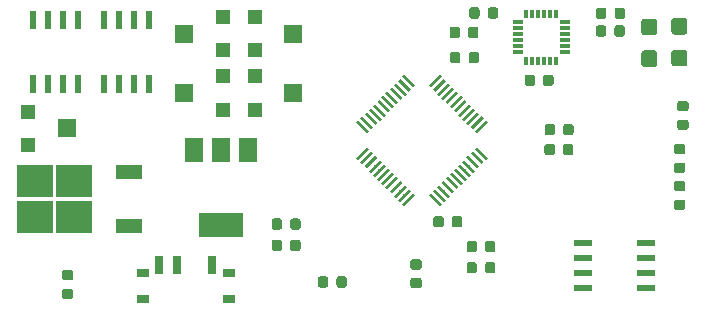
<source format=gbr>
G04 #@! TF.GenerationSoftware,KiCad,Pcbnew,5.1.0*
G04 #@! TF.CreationDate,2019-04-02T20:23:27-06:00*
G04 #@! TF.ProjectId,minisumo-FreeRTOS,6d696e69-7375-46d6-9f2d-467265655254,rev?*
G04 #@! TF.SameCoordinates,Original*
G04 #@! TF.FileFunction,Paste,Bot*
G04 #@! TF.FilePolarity,Positive*
%FSLAX46Y46*%
G04 Gerber Fmt 4.6, Leading zero omitted, Abs format (unit mm)*
G04 Created by KiCad (PCBNEW 5.1.0) date 2019-04-02 20:23:27*
%MOMM*%
%LPD*%
G04 APERTURE LIST*
%ADD10C,0.100000*%
%ADD11C,0.875000*%
%ADD12C,1.350000*%
%ADD13R,0.850000X0.350000*%
%ADD14R,0.350000X0.800000*%
%ADD15R,2.200000X1.200000*%
%ADD16R,3.050000X2.750000*%
%ADD17R,0.700000X1.500000*%
%ADD18R,1.000000X0.800000*%
%ADD19R,3.800000X2.000000*%
%ADD20R,1.500000X2.000000*%
%ADD21C,0.250000*%
%ADD22R,1.550000X0.600000*%
%ADD23R,1.200000X1.200000*%
%ADD24R,1.500000X1.600000*%
%ADD25R,0.600000X1.550000*%
G04 APERTURE END LIST*
D10*
G36*
X167102691Y-101026053D02*
G01*
X167123926Y-101029203D01*
X167144750Y-101034419D01*
X167164962Y-101041651D01*
X167184368Y-101050830D01*
X167202781Y-101061866D01*
X167220024Y-101074654D01*
X167235930Y-101089070D01*
X167250346Y-101104976D01*
X167263134Y-101122219D01*
X167274170Y-101140632D01*
X167283349Y-101160038D01*
X167290581Y-101180250D01*
X167295797Y-101201074D01*
X167298947Y-101222309D01*
X167300000Y-101243750D01*
X167300000Y-101681250D01*
X167298947Y-101702691D01*
X167295797Y-101723926D01*
X167290581Y-101744750D01*
X167283349Y-101764962D01*
X167274170Y-101784368D01*
X167263134Y-101802781D01*
X167250346Y-101820024D01*
X167235930Y-101835930D01*
X167220024Y-101850346D01*
X167202781Y-101863134D01*
X167184368Y-101874170D01*
X167164962Y-101883349D01*
X167144750Y-101890581D01*
X167123926Y-101895797D01*
X167102691Y-101898947D01*
X167081250Y-101900000D01*
X166568750Y-101900000D01*
X166547309Y-101898947D01*
X166526074Y-101895797D01*
X166505250Y-101890581D01*
X166485038Y-101883349D01*
X166465632Y-101874170D01*
X166447219Y-101863134D01*
X166429976Y-101850346D01*
X166414070Y-101835930D01*
X166399654Y-101820024D01*
X166386866Y-101802781D01*
X166375830Y-101784368D01*
X166366651Y-101764962D01*
X166359419Y-101744750D01*
X166354203Y-101723926D01*
X166351053Y-101702691D01*
X166350000Y-101681250D01*
X166350000Y-101243750D01*
X166351053Y-101222309D01*
X166354203Y-101201074D01*
X166359419Y-101180250D01*
X166366651Y-101160038D01*
X166375830Y-101140632D01*
X166386866Y-101122219D01*
X166399654Y-101104976D01*
X166414070Y-101089070D01*
X166429976Y-101074654D01*
X166447219Y-101061866D01*
X166465632Y-101050830D01*
X166485038Y-101041651D01*
X166505250Y-101034419D01*
X166526074Y-101029203D01*
X166547309Y-101026053D01*
X166568750Y-101025000D01*
X167081250Y-101025000D01*
X167102691Y-101026053D01*
X167102691Y-101026053D01*
G37*
D11*
X166825000Y-101462500D03*
D10*
G36*
X167102691Y-99451053D02*
G01*
X167123926Y-99454203D01*
X167144750Y-99459419D01*
X167164962Y-99466651D01*
X167184368Y-99475830D01*
X167202781Y-99486866D01*
X167220024Y-99499654D01*
X167235930Y-99514070D01*
X167250346Y-99529976D01*
X167263134Y-99547219D01*
X167274170Y-99565632D01*
X167283349Y-99585038D01*
X167290581Y-99605250D01*
X167295797Y-99626074D01*
X167298947Y-99647309D01*
X167300000Y-99668750D01*
X167300000Y-100106250D01*
X167298947Y-100127691D01*
X167295797Y-100148926D01*
X167290581Y-100169750D01*
X167283349Y-100189962D01*
X167274170Y-100209368D01*
X167263134Y-100227781D01*
X167250346Y-100245024D01*
X167235930Y-100260930D01*
X167220024Y-100275346D01*
X167202781Y-100288134D01*
X167184368Y-100299170D01*
X167164962Y-100308349D01*
X167144750Y-100315581D01*
X167123926Y-100320797D01*
X167102691Y-100323947D01*
X167081250Y-100325000D01*
X166568750Y-100325000D01*
X166547309Y-100323947D01*
X166526074Y-100320797D01*
X166505250Y-100315581D01*
X166485038Y-100308349D01*
X166465632Y-100299170D01*
X166447219Y-100288134D01*
X166429976Y-100275346D01*
X166414070Y-100260930D01*
X166399654Y-100245024D01*
X166386866Y-100227781D01*
X166375830Y-100209368D01*
X166366651Y-100189962D01*
X166359419Y-100169750D01*
X166354203Y-100148926D01*
X166351053Y-100127691D01*
X166350000Y-100106250D01*
X166350000Y-99668750D01*
X166351053Y-99647309D01*
X166354203Y-99626074D01*
X166359419Y-99605250D01*
X166366651Y-99585038D01*
X166375830Y-99565632D01*
X166386866Y-99547219D01*
X166399654Y-99529976D01*
X166414070Y-99514070D01*
X166429976Y-99499654D01*
X166447219Y-99486866D01*
X166465632Y-99475830D01*
X166485038Y-99466651D01*
X166505250Y-99459419D01*
X166526074Y-99454203D01*
X166547309Y-99451053D01*
X166568750Y-99450000D01*
X167081250Y-99450000D01*
X167102691Y-99451053D01*
X167102691Y-99451053D01*
G37*
D11*
X166825000Y-99887500D03*
D10*
G36*
X161977691Y-86276053D02*
G01*
X161998926Y-86279203D01*
X162019750Y-86284419D01*
X162039962Y-86291651D01*
X162059368Y-86300830D01*
X162077781Y-86311866D01*
X162095024Y-86324654D01*
X162110930Y-86339070D01*
X162125346Y-86354976D01*
X162138134Y-86372219D01*
X162149170Y-86390632D01*
X162158349Y-86410038D01*
X162165581Y-86430250D01*
X162170797Y-86451074D01*
X162173947Y-86472309D01*
X162175000Y-86493750D01*
X162175000Y-87006250D01*
X162173947Y-87027691D01*
X162170797Y-87048926D01*
X162165581Y-87069750D01*
X162158349Y-87089962D01*
X162149170Y-87109368D01*
X162138134Y-87127781D01*
X162125346Y-87145024D01*
X162110930Y-87160930D01*
X162095024Y-87175346D01*
X162077781Y-87188134D01*
X162059368Y-87199170D01*
X162039962Y-87208349D01*
X162019750Y-87215581D01*
X161998926Y-87220797D01*
X161977691Y-87223947D01*
X161956250Y-87225000D01*
X161518750Y-87225000D01*
X161497309Y-87223947D01*
X161476074Y-87220797D01*
X161455250Y-87215581D01*
X161435038Y-87208349D01*
X161415632Y-87199170D01*
X161397219Y-87188134D01*
X161379976Y-87175346D01*
X161364070Y-87160930D01*
X161349654Y-87145024D01*
X161336866Y-87127781D01*
X161325830Y-87109368D01*
X161316651Y-87089962D01*
X161309419Y-87069750D01*
X161304203Y-87048926D01*
X161301053Y-87027691D01*
X161300000Y-87006250D01*
X161300000Y-86493750D01*
X161301053Y-86472309D01*
X161304203Y-86451074D01*
X161309419Y-86430250D01*
X161316651Y-86410038D01*
X161325830Y-86390632D01*
X161336866Y-86372219D01*
X161349654Y-86354976D01*
X161364070Y-86339070D01*
X161379976Y-86324654D01*
X161397219Y-86311866D01*
X161415632Y-86300830D01*
X161435038Y-86291651D01*
X161455250Y-86284419D01*
X161476074Y-86279203D01*
X161497309Y-86276053D01*
X161518750Y-86275000D01*
X161956250Y-86275000D01*
X161977691Y-86276053D01*
X161977691Y-86276053D01*
G37*
D11*
X161737500Y-86750000D03*
D10*
G36*
X160402691Y-86276053D02*
G01*
X160423926Y-86279203D01*
X160444750Y-86284419D01*
X160464962Y-86291651D01*
X160484368Y-86300830D01*
X160502781Y-86311866D01*
X160520024Y-86324654D01*
X160535930Y-86339070D01*
X160550346Y-86354976D01*
X160563134Y-86372219D01*
X160574170Y-86390632D01*
X160583349Y-86410038D01*
X160590581Y-86430250D01*
X160595797Y-86451074D01*
X160598947Y-86472309D01*
X160600000Y-86493750D01*
X160600000Y-87006250D01*
X160598947Y-87027691D01*
X160595797Y-87048926D01*
X160590581Y-87069750D01*
X160583349Y-87089962D01*
X160574170Y-87109368D01*
X160563134Y-87127781D01*
X160550346Y-87145024D01*
X160535930Y-87160930D01*
X160520024Y-87175346D01*
X160502781Y-87188134D01*
X160484368Y-87199170D01*
X160464962Y-87208349D01*
X160444750Y-87215581D01*
X160423926Y-87220797D01*
X160402691Y-87223947D01*
X160381250Y-87225000D01*
X159943750Y-87225000D01*
X159922309Y-87223947D01*
X159901074Y-87220797D01*
X159880250Y-87215581D01*
X159860038Y-87208349D01*
X159840632Y-87199170D01*
X159822219Y-87188134D01*
X159804976Y-87175346D01*
X159789070Y-87160930D01*
X159774654Y-87145024D01*
X159761866Y-87127781D01*
X159750830Y-87109368D01*
X159741651Y-87089962D01*
X159734419Y-87069750D01*
X159729203Y-87048926D01*
X159726053Y-87027691D01*
X159725000Y-87006250D01*
X159725000Y-86493750D01*
X159726053Y-86472309D01*
X159729203Y-86451074D01*
X159734419Y-86430250D01*
X159741651Y-86410038D01*
X159750830Y-86390632D01*
X159761866Y-86372219D01*
X159774654Y-86354976D01*
X159789070Y-86339070D01*
X159804976Y-86324654D01*
X159822219Y-86311866D01*
X159840632Y-86300830D01*
X159860038Y-86291651D01*
X159880250Y-86284419D01*
X159901074Y-86279203D01*
X159922309Y-86276053D01*
X159943750Y-86275000D01*
X160381250Y-86275000D01*
X160402691Y-86276053D01*
X160402691Y-86276053D01*
G37*
D11*
X160162500Y-86750000D03*
D10*
G36*
X161990191Y-84776053D02*
G01*
X162011426Y-84779203D01*
X162032250Y-84784419D01*
X162052462Y-84791651D01*
X162071868Y-84800830D01*
X162090281Y-84811866D01*
X162107524Y-84824654D01*
X162123430Y-84839070D01*
X162137846Y-84854976D01*
X162150634Y-84872219D01*
X162161670Y-84890632D01*
X162170849Y-84910038D01*
X162178081Y-84930250D01*
X162183297Y-84951074D01*
X162186447Y-84972309D01*
X162187500Y-84993750D01*
X162187500Y-85506250D01*
X162186447Y-85527691D01*
X162183297Y-85548926D01*
X162178081Y-85569750D01*
X162170849Y-85589962D01*
X162161670Y-85609368D01*
X162150634Y-85627781D01*
X162137846Y-85645024D01*
X162123430Y-85660930D01*
X162107524Y-85675346D01*
X162090281Y-85688134D01*
X162071868Y-85699170D01*
X162052462Y-85708349D01*
X162032250Y-85715581D01*
X162011426Y-85720797D01*
X161990191Y-85723947D01*
X161968750Y-85725000D01*
X161531250Y-85725000D01*
X161509809Y-85723947D01*
X161488574Y-85720797D01*
X161467750Y-85715581D01*
X161447538Y-85708349D01*
X161428132Y-85699170D01*
X161409719Y-85688134D01*
X161392476Y-85675346D01*
X161376570Y-85660930D01*
X161362154Y-85645024D01*
X161349366Y-85627781D01*
X161338330Y-85609368D01*
X161329151Y-85589962D01*
X161321919Y-85569750D01*
X161316703Y-85548926D01*
X161313553Y-85527691D01*
X161312500Y-85506250D01*
X161312500Y-84993750D01*
X161313553Y-84972309D01*
X161316703Y-84951074D01*
X161321919Y-84930250D01*
X161329151Y-84910038D01*
X161338330Y-84890632D01*
X161349366Y-84872219D01*
X161362154Y-84854976D01*
X161376570Y-84839070D01*
X161392476Y-84824654D01*
X161409719Y-84811866D01*
X161428132Y-84800830D01*
X161447538Y-84791651D01*
X161467750Y-84784419D01*
X161488574Y-84779203D01*
X161509809Y-84776053D01*
X161531250Y-84775000D01*
X161968750Y-84775000D01*
X161990191Y-84776053D01*
X161990191Y-84776053D01*
G37*
D11*
X161750000Y-85250000D03*
D10*
G36*
X160415191Y-84776053D02*
G01*
X160436426Y-84779203D01*
X160457250Y-84784419D01*
X160477462Y-84791651D01*
X160496868Y-84800830D01*
X160515281Y-84811866D01*
X160532524Y-84824654D01*
X160548430Y-84839070D01*
X160562846Y-84854976D01*
X160575634Y-84872219D01*
X160586670Y-84890632D01*
X160595849Y-84910038D01*
X160603081Y-84930250D01*
X160608297Y-84951074D01*
X160611447Y-84972309D01*
X160612500Y-84993750D01*
X160612500Y-85506250D01*
X160611447Y-85527691D01*
X160608297Y-85548926D01*
X160603081Y-85569750D01*
X160595849Y-85589962D01*
X160586670Y-85609368D01*
X160575634Y-85627781D01*
X160562846Y-85645024D01*
X160548430Y-85660930D01*
X160532524Y-85675346D01*
X160515281Y-85688134D01*
X160496868Y-85699170D01*
X160477462Y-85708349D01*
X160457250Y-85715581D01*
X160436426Y-85720797D01*
X160415191Y-85723947D01*
X160393750Y-85725000D01*
X159956250Y-85725000D01*
X159934809Y-85723947D01*
X159913574Y-85720797D01*
X159892750Y-85715581D01*
X159872538Y-85708349D01*
X159853132Y-85699170D01*
X159834719Y-85688134D01*
X159817476Y-85675346D01*
X159801570Y-85660930D01*
X159787154Y-85645024D01*
X159774366Y-85627781D01*
X159763330Y-85609368D01*
X159754151Y-85589962D01*
X159746919Y-85569750D01*
X159741703Y-85548926D01*
X159738553Y-85527691D01*
X159737500Y-85506250D01*
X159737500Y-84993750D01*
X159738553Y-84972309D01*
X159741703Y-84951074D01*
X159746919Y-84930250D01*
X159754151Y-84910038D01*
X159763330Y-84890632D01*
X159774366Y-84872219D01*
X159787154Y-84854976D01*
X159801570Y-84839070D01*
X159817476Y-84824654D01*
X159834719Y-84811866D01*
X159853132Y-84800830D01*
X159872538Y-84791651D01*
X159892750Y-84784419D01*
X159913574Y-84779203D01*
X159934809Y-84776053D01*
X159956250Y-84775000D01*
X160393750Y-84775000D01*
X160415191Y-84776053D01*
X160415191Y-84776053D01*
G37*
D11*
X160175000Y-85250000D03*
D10*
G36*
X154377691Y-90451053D02*
G01*
X154398926Y-90454203D01*
X154419750Y-90459419D01*
X154439962Y-90466651D01*
X154459368Y-90475830D01*
X154477781Y-90486866D01*
X154495024Y-90499654D01*
X154510930Y-90514070D01*
X154525346Y-90529976D01*
X154538134Y-90547219D01*
X154549170Y-90565632D01*
X154558349Y-90585038D01*
X154565581Y-90605250D01*
X154570797Y-90626074D01*
X154573947Y-90647309D01*
X154575000Y-90668750D01*
X154575000Y-91181250D01*
X154573947Y-91202691D01*
X154570797Y-91223926D01*
X154565581Y-91244750D01*
X154558349Y-91264962D01*
X154549170Y-91284368D01*
X154538134Y-91302781D01*
X154525346Y-91320024D01*
X154510930Y-91335930D01*
X154495024Y-91350346D01*
X154477781Y-91363134D01*
X154459368Y-91374170D01*
X154439962Y-91383349D01*
X154419750Y-91390581D01*
X154398926Y-91395797D01*
X154377691Y-91398947D01*
X154356250Y-91400000D01*
X153918750Y-91400000D01*
X153897309Y-91398947D01*
X153876074Y-91395797D01*
X153855250Y-91390581D01*
X153835038Y-91383349D01*
X153815632Y-91374170D01*
X153797219Y-91363134D01*
X153779976Y-91350346D01*
X153764070Y-91335930D01*
X153749654Y-91320024D01*
X153736866Y-91302781D01*
X153725830Y-91284368D01*
X153716651Y-91264962D01*
X153709419Y-91244750D01*
X153704203Y-91223926D01*
X153701053Y-91202691D01*
X153700000Y-91181250D01*
X153700000Y-90668750D01*
X153701053Y-90647309D01*
X153704203Y-90626074D01*
X153709419Y-90605250D01*
X153716651Y-90585038D01*
X153725830Y-90565632D01*
X153736866Y-90547219D01*
X153749654Y-90529976D01*
X153764070Y-90514070D01*
X153779976Y-90499654D01*
X153797219Y-90486866D01*
X153815632Y-90475830D01*
X153835038Y-90466651D01*
X153855250Y-90459419D01*
X153876074Y-90454203D01*
X153897309Y-90451053D01*
X153918750Y-90450000D01*
X154356250Y-90450000D01*
X154377691Y-90451053D01*
X154377691Y-90451053D01*
G37*
D11*
X154137500Y-90925000D03*
D10*
G36*
X155952691Y-90451053D02*
G01*
X155973926Y-90454203D01*
X155994750Y-90459419D01*
X156014962Y-90466651D01*
X156034368Y-90475830D01*
X156052781Y-90486866D01*
X156070024Y-90499654D01*
X156085930Y-90514070D01*
X156100346Y-90529976D01*
X156113134Y-90547219D01*
X156124170Y-90565632D01*
X156133349Y-90585038D01*
X156140581Y-90605250D01*
X156145797Y-90626074D01*
X156148947Y-90647309D01*
X156150000Y-90668750D01*
X156150000Y-91181250D01*
X156148947Y-91202691D01*
X156145797Y-91223926D01*
X156140581Y-91244750D01*
X156133349Y-91264962D01*
X156124170Y-91284368D01*
X156113134Y-91302781D01*
X156100346Y-91320024D01*
X156085930Y-91335930D01*
X156070024Y-91350346D01*
X156052781Y-91363134D01*
X156034368Y-91374170D01*
X156014962Y-91383349D01*
X155994750Y-91390581D01*
X155973926Y-91395797D01*
X155952691Y-91398947D01*
X155931250Y-91400000D01*
X155493750Y-91400000D01*
X155472309Y-91398947D01*
X155451074Y-91395797D01*
X155430250Y-91390581D01*
X155410038Y-91383349D01*
X155390632Y-91374170D01*
X155372219Y-91363134D01*
X155354976Y-91350346D01*
X155339070Y-91335930D01*
X155324654Y-91320024D01*
X155311866Y-91302781D01*
X155300830Y-91284368D01*
X155291651Y-91264962D01*
X155284419Y-91244750D01*
X155279203Y-91223926D01*
X155276053Y-91202691D01*
X155275000Y-91181250D01*
X155275000Y-90668750D01*
X155276053Y-90647309D01*
X155279203Y-90626074D01*
X155284419Y-90605250D01*
X155291651Y-90585038D01*
X155300830Y-90565632D01*
X155311866Y-90547219D01*
X155324654Y-90529976D01*
X155339070Y-90514070D01*
X155354976Y-90499654D01*
X155372219Y-90486866D01*
X155390632Y-90475830D01*
X155410038Y-90466651D01*
X155430250Y-90459419D01*
X155451074Y-90454203D01*
X155472309Y-90451053D01*
X155493750Y-90450000D01*
X155931250Y-90450000D01*
X155952691Y-90451053D01*
X155952691Y-90451053D01*
G37*
D11*
X155712500Y-90925000D03*
D10*
G36*
X167249505Y-88351204D02*
G01*
X167273773Y-88354804D01*
X167297572Y-88360765D01*
X167320671Y-88369030D01*
X167342850Y-88379520D01*
X167363893Y-88392132D01*
X167383599Y-88406747D01*
X167401777Y-88423223D01*
X167418253Y-88441401D01*
X167432868Y-88461107D01*
X167445480Y-88482150D01*
X167455970Y-88504329D01*
X167464235Y-88527428D01*
X167470196Y-88551227D01*
X167473796Y-88575495D01*
X167475000Y-88599999D01*
X167475000Y-89500001D01*
X167473796Y-89524505D01*
X167470196Y-89548773D01*
X167464235Y-89572572D01*
X167455970Y-89595671D01*
X167445480Y-89617850D01*
X167432868Y-89638893D01*
X167418253Y-89658599D01*
X167401777Y-89676777D01*
X167383599Y-89693253D01*
X167363893Y-89707868D01*
X167342850Y-89720480D01*
X167320671Y-89730970D01*
X167297572Y-89739235D01*
X167273773Y-89745196D01*
X167249505Y-89748796D01*
X167225001Y-89750000D01*
X166374999Y-89750000D01*
X166350495Y-89748796D01*
X166326227Y-89745196D01*
X166302428Y-89739235D01*
X166279329Y-89730970D01*
X166257150Y-89720480D01*
X166236107Y-89707868D01*
X166216401Y-89693253D01*
X166198223Y-89676777D01*
X166181747Y-89658599D01*
X166167132Y-89638893D01*
X166154520Y-89617850D01*
X166144030Y-89595671D01*
X166135765Y-89572572D01*
X166129804Y-89548773D01*
X166126204Y-89524505D01*
X166125000Y-89500001D01*
X166125000Y-88599999D01*
X166126204Y-88575495D01*
X166129804Y-88551227D01*
X166135765Y-88527428D01*
X166144030Y-88504329D01*
X166154520Y-88482150D01*
X166167132Y-88461107D01*
X166181747Y-88441401D01*
X166198223Y-88423223D01*
X166216401Y-88406747D01*
X166236107Y-88392132D01*
X166257150Y-88379520D01*
X166279329Y-88369030D01*
X166302428Y-88360765D01*
X166326227Y-88354804D01*
X166350495Y-88351204D01*
X166374999Y-88350000D01*
X167225001Y-88350000D01*
X167249505Y-88351204D01*
X167249505Y-88351204D01*
G37*
D12*
X166800000Y-89050000D03*
D10*
G36*
X167249505Y-85651204D02*
G01*
X167273773Y-85654804D01*
X167297572Y-85660765D01*
X167320671Y-85669030D01*
X167342850Y-85679520D01*
X167363893Y-85692132D01*
X167383599Y-85706747D01*
X167401777Y-85723223D01*
X167418253Y-85741401D01*
X167432868Y-85761107D01*
X167445480Y-85782150D01*
X167455970Y-85804329D01*
X167464235Y-85827428D01*
X167470196Y-85851227D01*
X167473796Y-85875495D01*
X167475000Y-85899999D01*
X167475000Y-86800001D01*
X167473796Y-86824505D01*
X167470196Y-86848773D01*
X167464235Y-86872572D01*
X167455970Y-86895671D01*
X167445480Y-86917850D01*
X167432868Y-86938893D01*
X167418253Y-86958599D01*
X167401777Y-86976777D01*
X167383599Y-86993253D01*
X167363893Y-87007868D01*
X167342850Y-87020480D01*
X167320671Y-87030970D01*
X167297572Y-87039235D01*
X167273773Y-87045196D01*
X167249505Y-87048796D01*
X167225001Y-87050000D01*
X166374999Y-87050000D01*
X166350495Y-87048796D01*
X166326227Y-87045196D01*
X166302428Y-87039235D01*
X166279329Y-87030970D01*
X166257150Y-87020480D01*
X166236107Y-87007868D01*
X166216401Y-86993253D01*
X166198223Y-86976777D01*
X166181747Y-86958599D01*
X166167132Y-86938893D01*
X166154520Y-86917850D01*
X166144030Y-86895671D01*
X166135765Y-86872572D01*
X166129804Y-86848773D01*
X166126204Y-86824505D01*
X166125000Y-86800001D01*
X166125000Y-85899999D01*
X166126204Y-85875495D01*
X166129804Y-85851227D01*
X166135765Y-85827428D01*
X166144030Y-85804329D01*
X166154520Y-85782150D01*
X166167132Y-85761107D01*
X166181747Y-85741401D01*
X166198223Y-85723223D01*
X166216401Y-85706747D01*
X166236107Y-85692132D01*
X166257150Y-85679520D01*
X166279329Y-85669030D01*
X166302428Y-85660765D01*
X166326227Y-85654804D01*
X166350495Y-85651204D01*
X166374999Y-85650000D01*
X167225001Y-85650000D01*
X167249505Y-85651204D01*
X167249505Y-85651204D01*
G37*
D12*
X166800000Y-86350000D03*
D10*
G36*
X149677691Y-84751053D02*
G01*
X149698926Y-84754203D01*
X149719750Y-84759419D01*
X149739962Y-84766651D01*
X149759368Y-84775830D01*
X149777781Y-84786866D01*
X149795024Y-84799654D01*
X149810930Y-84814070D01*
X149825346Y-84829976D01*
X149838134Y-84847219D01*
X149849170Y-84865632D01*
X149858349Y-84885038D01*
X149865581Y-84905250D01*
X149870797Y-84926074D01*
X149873947Y-84947309D01*
X149875000Y-84968750D01*
X149875000Y-85481250D01*
X149873947Y-85502691D01*
X149870797Y-85523926D01*
X149865581Y-85544750D01*
X149858349Y-85564962D01*
X149849170Y-85584368D01*
X149838134Y-85602781D01*
X149825346Y-85620024D01*
X149810930Y-85635930D01*
X149795024Y-85650346D01*
X149777781Y-85663134D01*
X149759368Y-85674170D01*
X149739962Y-85683349D01*
X149719750Y-85690581D01*
X149698926Y-85695797D01*
X149677691Y-85698947D01*
X149656250Y-85700000D01*
X149218750Y-85700000D01*
X149197309Y-85698947D01*
X149176074Y-85695797D01*
X149155250Y-85690581D01*
X149135038Y-85683349D01*
X149115632Y-85674170D01*
X149097219Y-85663134D01*
X149079976Y-85650346D01*
X149064070Y-85635930D01*
X149049654Y-85620024D01*
X149036866Y-85602781D01*
X149025830Y-85584368D01*
X149016651Y-85564962D01*
X149009419Y-85544750D01*
X149004203Y-85523926D01*
X149001053Y-85502691D01*
X149000000Y-85481250D01*
X149000000Y-84968750D01*
X149001053Y-84947309D01*
X149004203Y-84926074D01*
X149009419Y-84905250D01*
X149016651Y-84885038D01*
X149025830Y-84865632D01*
X149036866Y-84847219D01*
X149049654Y-84829976D01*
X149064070Y-84814070D01*
X149079976Y-84799654D01*
X149097219Y-84786866D01*
X149115632Y-84775830D01*
X149135038Y-84766651D01*
X149155250Y-84759419D01*
X149176074Y-84754203D01*
X149197309Y-84751053D01*
X149218750Y-84750000D01*
X149656250Y-84750000D01*
X149677691Y-84751053D01*
X149677691Y-84751053D01*
G37*
D11*
X149437500Y-85225000D03*
D10*
G36*
X151252691Y-84751053D02*
G01*
X151273926Y-84754203D01*
X151294750Y-84759419D01*
X151314962Y-84766651D01*
X151334368Y-84775830D01*
X151352781Y-84786866D01*
X151370024Y-84799654D01*
X151385930Y-84814070D01*
X151400346Y-84829976D01*
X151413134Y-84847219D01*
X151424170Y-84865632D01*
X151433349Y-84885038D01*
X151440581Y-84905250D01*
X151445797Y-84926074D01*
X151448947Y-84947309D01*
X151450000Y-84968750D01*
X151450000Y-85481250D01*
X151448947Y-85502691D01*
X151445797Y-85523926D01*
X151440581Y-85544750D01*
X151433349Y-85564962D01*
X151424170Y-85584368D01*
X151413134Y-85602781D01*
X151400346Y-85620024D01*
X151385930Y-85635930D01*
X151370024Y-85650346D01*
X151352781Y-85663134D01*
X151334368Y-85674170D01*
X151314962Y-85683349D01*
X151294750Y-85690581D01*
X151273926Y-85695797D01*
X151252691Y-85698947D01*
X151231250Y-85700000D01*
X150793750Y-85700000D01*
X150772309Y-85698947D01*
X150751074Y-85695797D01*
X150730250Y-85690581D01*
X150710038Y-85683349D01*
X150690632Y-85674170D01*
X150672219Y-85663134D01*
X150654976Y-85650346D01*
X150639070Y-85635930D01*
X150624654Y-85620024D01*
X150611866Y-85602781D01*
X150600830Y-85584368D01*
X150591651Y-85564962D01*
X150584419Y-85544750D01*
X150579203Y-85523926D01*
X150576053Y-85502691D01*
X150575000Y-85481250D01*
X150575000Y-84968750D01*
X150576053Y-84947309D01*
X150579203Y-84926074D01*
X150584419Y-84905250D01*
X150591651Y-84885038D01*
X150600830Y-84865632D01*
X150611866Y-84847219D01*
X150624654Y-84829976D01*
X150639070Y-84814070D01*
X150654976Y-84799654D01*
X150672219Y-84786866D01*
X150690632Y-84775830D01*
X150710038Y-84766651D01*
X150730250Y-84759419D01*
X150751074Y-84754203D01*
X150772309Y-84751053D01*
X150793750Y-84750000D01*
X151231250Y-84750000D01*
X151252691Y-84751053D01*
X151252691Y-84751053D01*
G37*
D11*
X151012500Y-85225000D03*
D10*
G36*
X164699505Y-85701204D02*
G01*
X164723773Y-85704804D01*
X164747572Y-85710765D01*
X164770671Y-85719030D01*
X164792850Y-85729520D01*
X164813893Y-85742132D01*
X164833599Y-85756747D01*
X164851777Y-85773223D01*
X164868253Y-85791401D01*
X164882868Y-85811107D01*
X164895480Y-85832150D01*
X164905970Y-85854329D01*
X164914235Y-85877428D01*
X164920196Y-85901227D01*
X164923796Y-85925495D01*
X164925000Y-85949999D01*
X164925000Y-86850001D01*
X164923796Y-86874505D01*
X164920196Y-86898773D01*
X164914235Y-86922572D01*
X164905970Y-86945671D01*
X164895480Y-86967850D01*
X164882868Y-86988893D01*
X164868253Y-87008599D01*
X164851777Y-87026777D01*
X164833599Y-87043253D01*
X164813893Y-87057868D01*
X164792850Y-87070480D01*
X164770671Y-87080970D01*
X164747572Y-87089235D01*
X164723773Y-87095196D01*
X164699505Y-87098796D01*
X164675001Y-87100000D01*
X163824999Y-87100000D01*
X163800495Y-87098796D01*
X163776227Y-87095196D01*
X163752428Y-87089235D01*
X163729329Y-87080970D01*
X163707150Y-87070480D01*
X163686107Y-87057868D01*
X163666401Y-87043253D01*
X163648223Y-87026777D01*
X163631747Y-87008599D01*
X163617132Y-86988893D01*
X163604520Y-86967850D01*
X163594030Y-86945671D01*
X163585765Y-86922572D01*
X163579804Y-86898773D01*
X163576204Y-86874505D01*
X163575000Y-86850001D01*
X163575000Y-85949999D01*
X163576204Y-85925495D01*
X163579804Y-85901227D01*
X163585765Y-85877428D01*
X163594030Y-85854329D01*
X163604520Y-85832150D01*
X163617132Y-85811107D01*
X163631747Y-85791401D01*
X163648223Y-85773223D01*
X163666401Y-85756747D01*
X163686107Y-85742132D01*
X163707150Y-85729520D01*
X163729329Y-85719030D01*
X163752428Y-85710765D01*
X163776227Y-85704804D01*
X163800495Y-85701204D01*
X163824999Y-85700000D01*
X164675001Y-85700000D01*
X164699505Y-85701204D01*
X164699505Y-85701204D01*
G37*
D12*
X164250000Y-86400000D03*
D10*
G36*
X164699505Y-88401204D02*
G01*
X164723773Y-88404804D01*
X164747572Y-88410765D01*
X164770671Y-88419030D01*
X164792850Y-88429520D01*
X164813893Y-88442132D01*
X164833599Y-88456747D01*
X164851777Y-88473223D01*
X164868253Y-88491401D01*
X164882868Y-88511107D01*
X164895480Y-88532150D01*
X164905970Y-88554329D01*
X164914235Y-88577428D01*
X164920196Y-88601227D01*
X164923796Y-88625495D01*
X164925000Y-88649999D01*
X164925000Y-89550001D01*
X164923796Y-89574505D01*
X164920196Y-89598773D01*
X164914235Y-89622572D01*
X164905970Y-89645671D01*
X164895480Y-89667850D01*
X164882868Y-89688893D01*
X164868253Y-89708599D01*
X164851777Y-89726777D01*
X164833599Y-89743253D01*
X164813893Y-89757868D01*
X164792850Y-89770480D01*
X164770671Y-89780970D01*
X164747572Y-89789235D01*
X164723773Y-89795196D01*
X164699505Y-89798796D01*
X164675001Y-89800000D01*
X163824999Y-89800000D01*
X163800495Y-89798796D01*
X163776227Y-89795196D01*
X163752428Y-89789235D01*
X163729329Y-89780970D01*
X163707150Y-89770480D01*
X163686107Y-89757868D01*
X163666401Y-89743253D01*
X163648223Y-89726777D01*
X163631747Y-89708599D01*
X163617132Y-89688893D01*
X163604520Y-89667850D01*
X163594030Y-89645671D01*
X163585765Y-89622572D01*
X163579804Y-89598773D01*
X163576204Y-89574505D01*
X163575000Y-89550001D01*
X163575000Y-88649999D01*
X163576204Y-88625495D01*
X163579804Y-88601227D01*
X163585765Y-88577428D01*
X163594030Y-88554329D01*
X163604520Y-88532150D01*
X163617132Y-88511107D01*
X163631747Y-88491401D01*
X163648223Y-88473223D01*
X163666401Y-88456747D01*
X163686107Y-88442132D01*
X163707150Y-88429520D01*
X163729329Y-88419030D01*
X163752428Y-88410765D01*
X163776227Y-88404804D01*
X163800495Y-88401204D01*
X163824999Y-88400000D01*
X164675001Y-88400000D01*
X164699505Y-88401204D01*
X164699505Y-88401204D01*
G37*
D12*
X164250000Y-89100000D03*
D13*
X153100000Y-86025000D03*
X153100000Y-86525000D03*
X153100000Y-88525000D03*
X153100000Y-88025000D03*
X153100000Y-87525000D03*
X153100000Y-87025000D03*
X157100000Y-88525000D03*
X157100000Y-88025000D03*
X157100000Y-87525000D03*
X157100000Y-86025000D03*
X157100000Y-86525000D03*
X157100000Y-87025000D03*
D14*
X156350000Y-89275000D03*
X155850000Y-89275000D03*
X155350000Y-89275000D03*
X153850000Y-89275000D03*
X154350000Y-89275000D03*
X154850000Y-89275000D03*
X153850000Y-85275000D03*
X154350000Y-85275000D03*
X156350000Y-85275000D03*
X155850000Y-85275000D03*
X155350000Y-85275000D03*
X154850000Y-85275000D03*
D10*
G36*
X115277691Y-106988553D02*
G01*
X115298926Y-106991703D01*
X115319750Y-106996919D01*
X115339962Y-107004151D01*
X115359368Y-107013330D01*
X115377781Y-107024366D01*
X115395024Y-107037154D01*
X115410930Y-107051570D01*
X115425346Y-107067476D01*
X115438134Y-107084719D01*
X115449170Y-107103132D01*
X115458349Y-107122538D01*
X115465581Y-107142750D01*
X115470797Y-107163574D01*
X115473947Y-107184809D01*
X115475000Y-107206250D01*
X115475000Y-107643750D01*
X115473947Y-107665191D01*
X115470797Y-107686426D01*
X115465581Y-107707250D01*
X115458349Y-107727462D01*
X115449170Y-107746868D01*
X115438134Y-107765281D01*
X115425346Y-107782524D01*
X115410930Y-107798430D01*
X115395024Y-107812846D01*
X115377781Y-107825634D01*
X115359368Y-107836670D01*
X115339962Y-107845849D01*
X115319750Y-107853081D01*
X115298926Y-107858297D01*
X115277691Y-107861447D01*
X115256250Y-107862500D01*
X114743750Y-107862500D01*
X114722309Y-107861447D01*
X114701074Y-107858297D01*
X114680250Y-107853081D01*
X114660038Y-107845849D01*
X114640632Y-107836670D01*
X114622219Y-107825634D01*
X114604976Y-107812846D01*
X114589070Y-107798430D01*
X114574654Y-107782524D01*
X114561866Y-107765281D01*
X114550830Y-107746868D01*
X114541651Y-107727462D01*
X114534419Y-107707250D01*
X114529203Y-107686426D01*
X114526053Y-107665191D01*
X114525000Y-107643750D01*
X114525000Y-107206250D01*
X114526053Y-107184809D01*
X114529203Y-107163574D01*
X114534419Y-107142750D01*
X114541651Y-107122538D01*
X114550830Y-107103132D01*
X114561866Y-107084719D01*
X114574654Y-107067476D01*
X114589070Y-107051570D01*
X114604976Y-107037154D01*
X114622219Y-107024366D01*
X114640632Y-107013330D01*
X114660038Y-107004151D01*
X114680250Y-106996919D01*
X114701074Y-106991703D01*
X114722309Y-106988553D01*
X114743750Y-106987500D01*
X115256250Y-106987500D01*
X115277691Y-106988553D01*
X115277691Y-106988553D01*
G37*
D11*
X115000000Y-107425000D03*
D10*
G36*
X115277691Y-108563553D02*
G01*
X115298926Y-108566703D01*
X115319750Y-108571919D01*
X115339962Y-108579151D01*
X115359368Y-108588330D01*
X115377781Y-108599366D01*
X115395024Y-108612154D01*
X115410930Y-108626570D01*
X115425346Y-108642476D01*
X115438134Y-108659719D01*
X115449170Y-108678132D01*
X115458349Y-108697538D01*
X115465581Y-108717750D01*
X115470797Y-108738574D01*
X115473947Y-108759809D01*
X115475000Y-108781250D01*
X115475000Y-109218750D01*
X115473947Y-109240191D01*
X115470797Y-109261426D01*
X115465581Y-109282250D01*
X115458349Y-109302462D01*
X115449170Y-109321868D01*
X115438134Y-109340281D01*
X115425346Y-109357524D01*
X115410930Y-109373430D01*
X115395024Y-109387846D01*
X115377781Y-109400634D01*
X115359368Y-109411670D01*
X115339962Y-109420849D01*
X115319750Y-109428081D01*
X115298926Y-109433297D01*
X115277691Y-109436447D01*
X115256250Y-109437500D01*
X114743750Y-109437500D01*
X114722309Y-109436447D01*
X114701074Y-109433297D01*
X114680250Y-109428081D01*
X114660038Y-109420849D01*
X114640632Y-109411670D01*
X114622219Y-109400634D01*
X114604976Y-109387846D01*
X114589070Y-109373430D01*
X114574654Y-109357524D01*
X114561866Y-109340281D01*
X114550830Y-109321868D01*
X114541651Y-109302462D01*
X114534419Y-109282250D01*
X114529203Y-109261426D01*
X114526053Y-109240191D01*
X114525000Y-109218750D01*
X114525000Y-108781250D01*
X114526053Y-108759809D01*
X114529203Y-108738574D01*
X114534419Y-108717750D01*
X114541651Y-108697538D01*
X114550830Y-108678132D01*
X114561866Y-108659719D01*
X114574654Y-108642476D01*
X114589070Y-108626570D01*
X114604976Y-108612154D01*
X114622219Y-108599366D01*
X114640632Y-108588330D01*
X114660038Y-108579151D01*
X114680250Y-108571919D01*
X114701074Y-108566703D01*
X114722309Y-108563553D01*
X114743750Y-108562500D01*
X115256250Y-108562500D01*
X115277691Y-108563553D01*
X115277691Y-108563553D01*
G37*
D11*
X115000000Y-109000000D03*
D10*
G36*
X138440191Y-107526053D02*
G01*
X138461426Y-107529203D01*
X138482250Y-107534419D01*
X138502462Y-107541651D01*
X138521868Y-107550830D01*
X138540281Y-107561866D01*
X138557524Y-107574654D01*
X138573430Y-107589070D01*
X138587846Y-107604976D01*
X138600634Y-107622219D01*
X138611670Y-107640632D01*
X138620849Y-107660038D01*
X138628081Y-107680250D01*
X138633297Y-107701074D01*
X138636447Y-107722309D01*
X138637500Y-107743750D01*
X138637500Y-108256250D01*
X138636447Y-108277691D01*
X138633297Y-108298926D01*
X138628081Y-108319750D01*
X138620849Y-108339962D01*
X138611670Y-108359368D01*
X138600634Y-108377781D01*
X138587846Y-108395024D01*
X138573430Y-108410930D01*
X138557524Y-108425346D01*
X138540281Y-108438134D01*
X138521868Y-108449170D01*
X138502462Y-108458349D01*
X138482250Y-108465581D01*
X138461426Y-108470797D01*
X138440191Y-108473947D01*
X138418750Y-108475000D01*
X137981250Y-108475000D01*
X137959809Y-108473947D01*
X137938574Y-108470797D01*
X137917750Y-108465581D01*
X137897538Y-108458349D01*
X137878132Y-108449170D01*
X137859719Y-108438134D01*
X137842476Y-108425346D01*
X137826570Y-108410930D01*
X137812154Y-108395024D01*
X137799366Y-108377781D01*
X137788330Y-108359368D01*
X137779151Y-108339962D01*
X137771919Y-108319750D01*
X137766703Y-108298926D01*
X137763553Y-108277691D01*
X137762500Y-108256250D01*
X137762500Y-107743750D01*
X137763553Y-107722309D01*
X137766703Y-107701074D01*
X137771919Y-107680250D01*
X137779151Y-107660038D01*
X137788330Y-107640632D01*
X137799366Y-107622219D01*
X137812154Y-107604976D01*
X137826570Y-107589070D01*
X137842476Y-107574654D01*
X137859719Y-107561866D01*
X137878132Y-107550830D01*
X137897538Y-107541651D01*
X137917750Y-107534419D01*
X137938574Y-107529203D01*
X137959809Y-107526053D01*
X137981250Y-107525000D01*
X138418750Y-107525000D01*
X138440191Y-107526053D01*
X138440191Y-107526053D01*
G37*
D11*
X138200000Y-108000000D03*
D10*
G36*
X136865191Y-107526053D02*
G01*
X136886426Y-107529203D01*
X136907250Y-107534419D01*
X136927462Y-107541651D01*
X136946868Y-107550830D01*
X136965281Y-107561866D01*
X136982524Y-107574654D01*
X136998430Y-107589070D01*
X137012846Y-107604976D01*
X137025634Y-107622219D01*
X137036670Y-107640632D01*
X137045849Y-107660038D01*
X137053081Y-107680250D01*
X137058297Y-107701074D01*
X137061447Y-107722309D01*
X137062500Y-107743750D01*
X137062500Y-108256250D01*
X137061447Y-108277691D01*
X137058297Y-108298926D01*
X137053081Y-108319750D01*
X137045849Y-108339962D01*
X137036670Y-108359368D01*
X137025634Y-108377781D01*
X137012846Y-108395024D01*
X136998430Y-108410930D01*
X136982524Y-108425346D01*
X136965281Y-108438134D01*
X136946868Y-108449170D01*
X136927462Y-108458349D01*
X136907250Y-108465581D01*
X136886426Y-108470797D01*
X136865191Y-108473947D01*
X136843750Y-108475000D01*
X136406250Y-108475000D01*
X136384809Y-108473947D01*
X136363574Y-108470797D01*
X136342750Y-108465581D01*
X136322538Y-108458349D01*
X136303132Y-108449170D01*
X136284719Y-108438134D01*
X136267476Y-108425346D01*
X136251570Y-108410930D01*
X136237154Y-108395024D01*
X136224366Y-108377781D01*
X136213330Y-108359368D01*
X136204151Y-108339962D01*
X136196919Y-108319750D01*
X136191703Y-108298926D01*
X136188553Y-108277691D01*
X136187500Y-108256250D01*
X136187500Y-107743750D01*
X136188553Y-107722309D01*
X136191703Y-107701074D01*
X136196919Y-107680250D01*
X136204151Y-107660038D01*
X136213330Y-107640632D01*
X136224366Y-107622219D01*
X136237154Y-107604976D01*
X136251570Y-107589070D01*
X136267476Y-107574654D01*
X136284719Y-107561866D01*
X136303132Y-107550830D01*
X136322538Y-107541651D01*
X136342750Y-107534419D01*
X136363574Y-107529203D01*
X136384809Y-107526053D01*
X136406250Y-107525000D01*
X136843750Y-107525000D01*
X136865191Y-107526053D01*
X136865191Y-107526053D01*
G37*
D11*
X136625000Y-108000000D03*
D10*
G36*
X144777691Y-107651053D02*
G01*
X144798926Y-107654203D01*
X144819750Y-107659419D01*
X144839962Y-107666651D01*
X144859368Y-107675830D01*
X144877781Y-107686866D01*
X144895024Y-107699654D01*
X144910930Y-107714070D01*
X144925346Y-107729976D01*
X144938134Y-107747219D01*
X144949170Y-107765632D01*
X144958349Y-107785038D01*
X144965581Y-107805250D01*
X144970797Y-107826074D01*
X144973947Y-107847309D01*
X144975000Y-107868750D01*
X144975000Y-108306250D01*
X144973947Y-108327691D01*
X144970797Y-108348926D01*
X144965581Y-108369750D01*
X144958349Y-108389962D01*
X144949170Y-108409368D01*
X144938134Y-108427781D01*
X144925346Y-108445024D01*
X144910930Y-108460930D01*
X144895024Y-108475346D01*
X144877781Y-108488134D01*
X144859368Y-108499170D01*
X144839962Y-108508349D01*
X144819750Y-108515581D01*
X144798926Y-108520797D01*
X144777691Y-108523947D01*
X144756250Y-108525000D01*
X144243750Y-108525000D01*
X144222309Y-108523947D01*
X144201074Y-108520797D01*
X144180250Y-108515581D01*
X144160038Y-108508349D01*
X144140632Y-108499170D01*
X144122219Y-108488134D01*
X144104976Y-108475346D01*
X144089070Y-108460930D01*
X144074654Y-108445024D01*
X144061866Y-108427781D01*
X144050830Y-108409368D01*
X144041651Y-108389962D01*
X144034419Y-108369750D01*
X144029203Y-108348926D01*
X144026053Y-108327691D01*
X144025000Y-108306250D01*
X144025000Y-107868750D01*
X144026053Y-107847309D01*
X144029203Y-107826074D01*
X144034419Y-107805250D01*
X144041651Y-107785038D01*
X144050830Y-107765632D01*
X144061866Y-107747219D01*
X144074654Y-107729976D01*
X144089070Y-107714070D01*
X144104976Y-107699654D01*
X144122219Y-107686866D01*
X144140632Y-107675830D01*
X144160038Y-107666651D01*
X144180250Y-107659419D01*
X144201074Y-107654203D01*
X144222309Y-107651053D01*
X144243750Y-107650000D01*
X144756250Y-107650000D01*
X144777691Y-107651053D01*
X144777691Y-107651053D01*
G37*
D11*
X144500000Y-108087500D03*
D10*
G36*
X144777691Y-106076053D02*
G01*
X144798926Y-106079203D01*
X144819750Y-106084419D01*
X144839962Y-106091651D01*
X144859368Y-106100830D01*
X144877781Y-106111866D01*
X144895024Y-106124654D01*
X144910930Y-106139070D01*
X144925346Y-106154976D01*
X144938134Y-106172219D01*
X144949170Y-106190632D01*
X144958349Y-106210038D01*
X144965581Y-106230250D01*
X144970797Y-106251074D01*
X144973947Y-106272309D01*
X144975000Y-106293750D01*
X144975000Y-106731250D01*
X144973947Y-106752691D01*
X144970797Y-106773926D01*
X144965581Y-106794750D01*
X144958349Y-106814962D01*
X144949170Y-106834368D01*
X144938134Y-106852781D01*
X144925346Y-106870024D01*
X144910930Y-106885930D01*
X144895024Y-106900346D01*
X144877781Y-106913134D01*
X144859368Y-106924170D01*
X144839962Y-106933349D01*
X144819750Y-106940581D01*
X144798926Y-106945797D01*
X144777691Y-106948947D01*
X144756250Y-106950000D01*
X144243750Y-106950000D01*
X144222309Y-106948947D01*
X144201074Y-106945797D01*
X144180250Y-106940581D01*
X144160038Y-106933349D01*
X144140632Y-106924170D01*
X144122219Y-106913134D01*
X144104976Y-106900346D01*
X144089070Y-106885930D01*
X144074654Y-106870024D01*
X144061866Y-106852781D01*
X144050830Y-106834368D01*
X144041651Y-106814962D01*
X144034419Y-106794750D01*
X144029203Y-106773926D01*
X144026053Y-106752691D01*
X144025000Y-106731250D01*
X144025000Y-106293750D01*
X144026053Y-106272309D01*
X144029203Y-106251074D01*
X144034419Y-106230250D01*
X144041651Y-106210038D01*
X144050830Y-106190632D01*
X144061866Y-106172219D01*
X144074654Y-106154976D01*
X144089070Y-106139070D01*
X144104976Y-106124654D01*
X144122219Y-106111866D01*
X144140632Y-106100830D01*
X144160038Y-106091651D01*
X144180250Y-106084419D01*
X144201074Y-106079203D01*
X144222309Y-106076053D01*
X144243750Y-106075000D01*
X144756250Y-106075000D01*
X144777691Y-106076053D01*
X144777691Y-106076053D01*
G37*
D11*
X144500000Y-106512500D03*
D10*
G36*
X134527691Y-104426053D02*
G01*
X134548926Y-104429203D01*
X134569750Y-104434419D01*
X134589962Y-104441651D01*
X134609368Y-104450830D01*
X134627781Y-104461866D01*
X134645024Y-104474654D01*
X134660930Y-104489070D01*
X134675346Y-104504976D01*
X134688134Y-104522219D01*
X134699170Y-104540632D01*
X134708349Y-104560038D01*
X134715581Y-104580250D01*
X134720797Y-104601074D01*
X134723947Y-104622309D01*
X134725000Y-104643750D01*
X134725000Y-105156250D01*
X134723947Y-105177691D01*
X134720797Y-105198926D01*
X134715581Y-105219750D01*
X134708349Y-105239962D01*
X134699170Y-105259368D01*
X134688134Y-105277781D01*
X134675346Y-105295024D01*
X134660930Y-105310930D01*
X134645024Y-105325346D01*
X134627781Y-105338134D01*
X134609368Y-105349170D01*
X134589962Y-105358349D01*
X134569750Y-105365581D01*
X134548926Y-105370797D01*
X134527691Y-105373947D01*
X134506250Y-105375000D01*
X134068750Y-105375000D01*
X134047309Y-105373947D01*
X134026074Y-105370797D01*
X134005250Y-105365581D01*
X133985038Y-105358349D01*
X133965632Y-105349170D01*
X133947219Y-105338134D01*
X133929976Y-105325346D01*
X133914070Y-105310930D01*
X133899654Y-105295024D01*
X133886866Y-105277781D01*
X133875830Y-105259368D01*
X133866651Y-105239962D01*
X133859419Y-105219750D01*
X133854203Y-105198926D01*
X133851053Y-105177691D01*
X133850000Y-105156250D01*
X133850000Y-104643750D01*
X133851053Y-104622309D01*
X133854203Y-104601074D01*
X133859419Y-104580250D01*
X133866651Y-104560038D01*
X133875830Y-104540632D01*
X133886866Y-104522219D01*
X133899654Y-104504976D01*
X133914070Y-104489070D01*
X133929976Y-104474654D01*
X133947219Y-104461866D01*
X133965632Y-104450830D01*
X133985038Y-104441651D01*
X134005250Y-104434419D01*
X134026074Y-104429203D01*
X134047309Y-104426053D01*
X134068750Y-104425000D01*
X134506250Y-104425000D01*
X134527691Y-104426053D01*
X134527691Y-104426053D01*
G37*
D11*
X134287500Y-104900000D03*
D10*
G36*
X132952691Y-104426053D02*
G01*
X132973926Y-104429203D01*
X132994750Y-104434419D01*
X133014962Y-104441651D01*
X133034368Y-104450830D01*
X133052781Y-104461866D01*
X133070024Y-104474654D01*
X133085930Y-104489070D01*
X133100346Y-104504976D01*
X133113134Y-104522219D01*
X133124170Y-104540632D01*
X133133349Y-104560038D01*
X133140581Y-104580250D01*
X133145797Y-104601074D01*
X133148947Y-104622309D01*
X133150000Y-104643750D01*
X133150000Y-105156250D01*
X133148947Y-105177691D01*
X133145797Y-105198926D01*
X133140581Y-105219750D01*
X133133349Y-105239962D01*
X133124170Y-105259368D01*
X133113134Y-105277781D01*
X133100346Y-105295024D01*
X133085930Y-105310930D01*
X133070024Y-105325346D01*
X133052781Y-105338134D01*
X133034368Y-105349170D01*
X133014962Y-105358349D01*
X132994750Y-105365581D01*
X132973926Y-105370797D01*
X132952691Y-105373947D01*
X132931250Y-105375000D01*
X132493750Y-105375000D01*
X132472309Y-105373947D01*
X132451074Y-105370797D01*
X132430250Y-105365581D01*
X132410038Y-105358349D01*
X132390632Y-105349170D01*
X132372219Y-105338134D01*
X132354976Y-105325346D01*
X132339070Y-105310930D01*
X132324654Y-105295024D01*
X132311866Y-105277781D01*
X132300830Y-105259368D01*
X132291651Y-105239962D01*
X132284419Y-105219750D01*
X132279203Y-105198926D01*
X132276053Y-105177691D01*
X132275000Y-105156250D01*
X132275000Y-104643750D01*
X132276053Y-104622309D01*
X132279203Y-104601074D01*
X132284419Y-104580250D01*
X132291651Y-104560038D01*
X132300830Y-104540632D01*
X132311866Y-104522219D01*
X132324654Y-104504976D01*
X132339070Y-104489070D01*
X132354976Y-104474654D01*
X132372219Y-104461866D01*
X132390632Y-104450830D01*
X132410038Y-104441651D01*
X132430250Y-104434419D01*
X132451074Y-104429203D01*
X132472309Y-104426053D01*
X132493750Y-104425000D01*
X132931250Y-104425000D01*
X132952691Y-104426053D01*
X132952691Y-104426053D01*
G37*
D11*
X132712500Y-104900000D03*
D10*
G36*
X132952691Y-102626053D02*
G01*
X132973926Y-102629203D01*
X132994750Y-102634419D01*
X133014962Y-102641651D01*
X133034368Y-102650830D01*
X133052781Y-102661866D01*
X133070024Y-102674654D01*
X133085930Y-102689070D01*
X133100346Y-102704976D01*
X133113134Y-102722219D01*
X133124170Y-102740632D01*
X133133349Y-102760038D01*
X133140581Y-102780250D01*
X133145797Y-102801074D01*
X133148947Y-102822309D01*
X133150000Y-102843750D01*
X133150000Y-103356250D01*
X133148947Y-103377691D01*
X133145797Y-103398926D01*
X133140581Y-103419750D01*
X133133349Y-103439962D01*
X133124170Y-103459368D01*
X133113134Y-103477781D01*
X133100346Y-103495024D01*
X133085930Y-103510930D01*
X133070024Y-103525346D01*
X133052781Y-103538134D01*
X133034368Y-103549170D01*
X133014962Y-103558349D01*
X132994750Y-103565581D01*
X132973926Y-103570797D01*
X132952691Y-103573947D01*
X132931250Y-103575000D01*
X132493750Y-103575000D01*
X132472309Y-103573947D01*
X132451074Y-103570797D01*
X132430250Y-103565581D01*
X132410038Y-103558349D01*
X132390632Y-103549170D01*
X132372219Y-103538134D01*
X132354976Y-103525346D01*
X132339070Y-103510930D01*
X132324654Y-103495024D01*
X132311866Y-103477781D01*
X132300830Y-103459368D01*
X132291651Y-103439962D01*
X132284419Y-103419750D01*
X132279203Y-103398926D01*
X132276053Y-103377691D01*
X132275000Y-103356250D01*
X132275000Y-102843750D01*
X132276053Y-102822309D01*
X132279203Y-102801074D01*
X132284419Y-102780250D01*
X132291651Y-102760038D01*
X132300830Y-102740632D01*
X132311866Y-102722219D01*
X132324654Y-102704976D01*
X132339070Y-102689070D01*
X132354976Y-102674654D01*
X132372219Y-102661866D01*
X132390632Y-102650830D01*
X132410038Y-102641651D01*
X132430250Y-102634419D01*
X132451074Y-102629203D01*
X132472309Y-102626053D01*
X132493750Y-102625000D01*
X132931250Y-102625000D01*
X132952691Y-102626053D01*
X132952691Y-102626053D01*
G37*
D11*
X132712500Y-103100000D03*
D10*
G36*
X134527691Y-102626053D02*
G01*
X134548926Y-102629203D01*
X134569750Y-102634419D01*
X134589962Y-102641651D01*
X134609368Y-102650830D01*
X134627781Y-102661866D01*
X134645024Y-102674654D01*
X134660930Y-102689070D01*
X134675346Y-102704976D01*
X134688134Y-102722219D01*
X134699170Y-102740632D01*
X134708349Y-102760038D01*
X134715581Y-102780250D01*
X134720797Y-102801074D01*
X134723947Y-102822309D01*
X134725000Y-102843750D01*
X134725000Y-103356250D01*
X134723947Y-103377691D01*
X134720797Y-103398926D01*
X134715581Y-103419750D01*
X134708349Y-103439962D01*
X134699170Y-103459368D01*
X134688134Y-103477781D01*
X134675346Y-103495024D01*
X134660930Y-103510930D01*
X134645024Y-103525346D01*
X134627781Y-103538134D01*
X134609368Y-103549170D01*
X134589962Y-103558349D01*
X134569750Y-103565581D01*
X134548926Y-103570797D01*
X134527691Y-103573947D01*
X134506250Y-103575000D01*
X134068750Y-103575000D01*
X134047309Y-103573947D01*
X134026074Y-103570797D01*
X134005250Y-103565581D01*
X133985038Y-103558349D01*
X133965632Y-103549170D01*
X133947219Y-103538134D01*
X133929976Y-103525346D01*
X133914070Y-103510930D01*
X133899654Y-103495024D01*
X133886866Y-103477781D01*
X133875830Y-103459368D01*
X133866651Y-103439962D01*
X133859419Y-103419750D01*
X133854203Y-103398926D01*
X133851053Y-103377691D01*
X133850000Y-103356250D01*
X133850000Y-102843750D01*
X133851053Y-102822309D01*
X133854203Y-102801074D01*
X133859419Y-102780250D01*
X133866651Y-102760038D01*
X133875830Y-102740632D01*
X133886866Y-102722219D01*
X133899654Y-102704976D01*
X133914070Y-102689070D01*
X133929976Y-102674654D01*
X133947219Y-102661866D01*
X133965632Y-102650830D01*
X133985038Y-102641651D01*
X134005250Y-102634419D01*
X134026074Y-102629203D01*
X134047309Y-102626053D01*
X134068750Y-102625000D01*
X134506250Y-102625000D01*
X134527691Y-102626053D01*
X134527691Y-102626053D01*
G37*
D11*
X134287500Y-103100000D03*
D10*
G36*
X156052691Y-96326053D02*
G01*
X156073926Y-96329203D01*
X156094750Y-96334419D01*
X156114962Y-96341651D01*
X156134368Y-96350830D01*
X156152781Y-96361866D01*
X156170024Y-96374654D01*
X156185930Y-96389070D01*
X156200346Y-96404976D01*
X156213134Y-96422219D01*
X156224170Y-96440632D01*
X156233349Y-96460038D01*
X156240581Y-96480250D01*
X156245797Y-96501074D01*
X156248947Y-96522309D01*
X156250000Y-96543750D01*
X156250000Y-97056250D01*
X156248947Y-97077691D01*
X156245797Y-97098926D01*
X156240581Y-97119750D01*
X156233349Y-97139962D01*
X156224170Y-97159368D01*
X156213134Y-97177781D01*
X156200346Y-97195024D01*
X156185930Y-97210930D01*
X156170024Y-97225346D01*
X156152781Y-97238134D01*
X156134368Y-97249170D01*
X156114962Y-97258349D01*
X156094750Y-97265581D01*
X156073926Y-97270797D01*
X156052691Y-97273947D01*
X156031250Y-97275000D01*
X155593750Y-97275000D01*
X155572309Y-97273947D01*
X155551074Y-97270797D01*
X155530250Y-97265581D01*
X155510038Y-97258349D01*
X155490632Y-97249170D01*
X155472219Y-97238134D01*
X155454976Y-97225346D01*
X155439070Y-97210930D01*
X155424654Y-97195024D01*
X155411866Y-97177781D01*
X155400830Y-97159368D01*
X155391651Y-97139962D01*
X155384419Y-97119750D01*
X155379203Y-97098926D01*
X155376053Y-97077691D01*
X155375000Y-97056250D01*
X155375000Y-96543750D01*
X155376053Y-96522309D01*
X155379203Y-96501074D01*
X155384419Y-96480250D01*
X155391651Y-96460038D01*
X155400830Y-96440632D01*
X155411866Y-96422219D01*
X155424654Y-96404976D01*
X155439070Y-96389070D01*
X155454976Y-96374654D01*
X155472219Y-96361866D01*
X155490632Y-96350830D01*
X155510038Y-96341651D01*
X155530250Y-96334419D01*
X155551074Y-96329203D01*
X155572309Y-96326053D01*
X155593750Y-96325000D01*
X156031250Y-96325000D01*
X156052691Y-96326053D01*
X156052691Y-96326053D01*
G37*
D11*
X155812500Y-96800000D03*
D10*
G36*
X157627691Y-96326053D02*
G01*
X157648926Y-96329203D01*
X157669750Y-96334419D01*
X157689962Y-96341651D01*
X157709368Y-96350830D01*
X157727781Y-96361866D01*
X157745024Y-96374654D01*
X157760930Y-96389070D01*
X157775346Y-96404976D01*
X157788134Y-96422219D01*
X157799170Y-96440632D01*
X157808349Y-96460038D01*
X157815581Y-96480250D01*
X157820797Y-96501074D01*
X157823947Y-96522309D01*
X157825000Y-96543750D01*
X157825000Y-97056250D01*
X157823947Y-97077691D01*
X157820797Y-97098926D01*
X157815581Y-97119750D01*
X157808349Y-97139962D01*
X157799170Y-97159368D01*
X157788134Y-97177781D01*
X157775346Y-97195024D01*
X157760930Y-97210930D01*
X157745024Y-97225346D01*
X157727781Y-97238134D01*
X157709368Y-97249170D01*
X157689962Y-97258349D01*
X157669750Y-97265581D01*
X157648926Y-97270797D01*
X157627691Y-97273947D01*
X157606250Y-97275000D01*
X157168750Y-97275000D01*
X157147309Y-97273947D01*
X157126074Y-97270797D01*
X157105250Y-97265581D01*
X157085038Y-97258349D01*
X157065632Y-97249170D01*
X157047219Y-97238134D01*
X157029976Y-97225346D01*
X157014070Y-97210930D01*
X156999654Y-97195024D01*
X156986866Y-97177781D01*
X156975830Y-97159368D01*
X156966651Y-97139962D01*
X156959419Y-97119750D01*
X156954203Y-97098926D01*
X156951053Y-97077691D01*
X156950000Y-97056250D01*
X156950000Y-96543750D01*
X156951053Y-96522309D01*
X156954203Y-96501074D01*
X156959419Y-96480250D01*
X156966651Y-96460038D01*
X156975830Y-96440632D01*
X156986866Y-96422219D01*
X156999654Y-96404976D01*
X157014070Y-96389070D01*
X157029976Y-96374654D01*
X157047219Y-96361866D01*
X157065632Y-96350830D01*
X157085038Y-96341651D01*
X157105250Y-96334419D01*
X157126074Y-96329203D01*
X157147309Y-96326053D01*
X157168750Y-96325000D01*
X157606250Y-96325000D01*
X157627691Y-96326053D01*
X157627691Y-96326053D01*
G37*
D11*
X157387500Y-96800000D03*
D10*
G36*
X157640191Y-94626053D02*
G01*
X157661426Y-94629203D01*
X157682250Y-94634419D01*
X157702462Y-94641651D01*
X157721868Y-94650830D01*
X157740281Y-94661866D01*
X157757524Y-94674654D01*
X157773430Y-94689070D01*
X157787846Y-94704976D01*
X157800634Y-94722219D01*
X157811670Y-94740632D01*
X157820849Y-94760038D01*
X157828081Y-94780250D01*
X157833297Y-94801074D01*
X157836447Y-94822309D01*
X157837500Y-94843750D01*
X157837500Y-95356250D01*
X157836447Y-95377691D01*
X157833297Y-95398926D01*
X157828081Y-95419750D01*
X157820849Y-95439962D01*
X157811670Y-95459368D01*
X157800634Y-95477781D01*
X157787846Y-95495024D01*
X157773430Y-95510930D01*
X157757524Y-95525346D01*
X157740281Y-95538134D01*
X157721868Y-95549170D01*
X157702462Y-95558349D01*
X157682250Y-95565581D01*
X157661426Y-95570797D01*
X157640191Y-95573947D01*
X157618750Y-95575000D01*
X157181250Y-95575000D01*
X157159809Y-95573947D01*
X157138574Y-95570797D01*
X157117750Y-95565581D01*
X157097538Y-95558349D01*
X157078132Y-95549170D01*
X157059719Y-95538134D01*
X157042476Y-95525346D01*
X157026570Y-95510930D01*
X157012154Y-95495024D01*
X156999366Y-95477781D01*
X156988330Y-95459368D01*
X156979151Y-95439962D01*
X156971919Y-95419750D01*
X156966703Y-95398926D01*
X156963553Y-95377691D01*
X156962500Y-95356250D01*
X156962500Y-94843750D01*
X156963553Y-94822309D01*
X156966703Y-94801074D01*
X156971919Y-94780250D01*
X156979151Y-94760038D01*
X156988330Y-94740632D01*
X156999366Y-94722219D01*
X157012154Y-94704976D01*
X157026570Y-94689070D01*
X157042476Y-94674654D01*
X157059719Y-94661866D01*
X157078132Y-94650830D01*
X157097538Y-94641651D01*
X157117750Y-94634419D01*
X157138574Y-94629203D01*
X157159809Y-94626053D01*
X157181250Y-94625000D01*
X157618750Y-94625000D01*
X157640191Y-94626053D01*
X157640191Y-94626053D01*
G37*
D11*
X157400000Y-95100000D03*
D10*
G36*
X156065191Y-94626053D02*
G01*
X156086426Y-94629203D01*
X156107250Y-94634419D01*
X156127462Y-94641651D01*
X156146868Y-94650830D01*
X156165281Y-94661866D01*
X156182524Y-94674654D01*
X156198430Y-94689070D01*
X156212846Y-94704976D01*
X156225634Y-94722219D01*
X156236670Y-94740632D01*
X156245849Y-94760038D01*
X156253081Y-94780250D01*
X156258297Y-94801074D01*
X156261447Y-94822309D01*
X156262500Y-94843750D01*
X156262500Y-95356250D01*
X156261447Y-95377691D01*
X156258297Y-95398926D01*
X156253081Y-95419750D01*
X156245849Y-95439962D01*
X156236670Y-95459368D01*
X156225634Y-95477781D01*
X156212846Y-95495024D01*
X156198430Y-95510930D01*
X156182524Y-95525346D01*
X156165281Y-95538134D01*
X156146868Y-95549170D01*
X156127462Y-95558349D01*
X156107250Y-95565581D01*
X156086426Y-95570797D01*
X156065191Y-95573947D01*
X156043750Y-95575000D01*
X155606250Y-95575000D01*
X155584809Y-95573947D01*
X155563574Y-95570797D01*
X155542750Y-95565581D01*
X155522538Y-95558349D01*
X155503132Y-95549170D01*
X155484719Y-95538134D01*
X155467476Y-95525346D01*
X155451570Y-95510930D01*
X155437154Y-95495024D01*
X155424366Y-95477781D01*
X155413330Y-95459368D01*
X155404151Y-95439962D01*
X155396919Y-95419750D01*
X155391703Y-95398926D01*
X155388553Y-95377691D01*
X155387500Y-95356250D01*
X155387500Y-94843750D01*
X155388553Y-94822309D01*
X155391703Y-94801074D01*
X155396919Y-94780250D01*
X155404151Y-94760038D01*
X155413330Y-94740632D01*
X155424366Y-94722219D01*
X155437154Y-94704976D01*
X155451570Y-94689070D01*
X155467476Y-94674654D01*
X155484719Y-94661866D01*
X155503132Y-94650830D01*
X155522538Y-94641651D01*
X155542750Y-94634419D01*
X155563574Y-94629203D01*
X155584809Y-94626053D01*
X155606250Y-94625000D01*
X156043750Y-94625000D01*
X156065191Y-94626053D01*
X156065191Y-94626053D01*
G37*
D11*
X155825000Y-95100000D03*
D10*
G36*
X148215191Y-102426053D02*
G01*
X148236426Y-102429203D01*
X148257250Y-102434419D01*
X148277462Y-102441651D01*
X148296868Y-102450830D01*
X148315281Y-102461866D01*
X148332524Y-102474654D01*
X148348430Y-102489070D01*
X148362846Y-102504976D01*
X148375634Y-102522219D01*
X148386670Y-102540632D01*
X148395849Y-102560038D01*
X148403081Y-102580250D01*
X148408297Y-102601074D01*
X148411447Y-102622309D01*
X148412500Y-102643750D01*
X148412500Y-103156250D01*
X148411447Y-103177691D01*
X148408297Y-103198926D01*
X148403081Y-103219750D01*
X148395849Y-103239962D01*
X148386670Y-103259368D01*
X148375634Y-103277781D01*
X148362846Y-103295024D01*
X148348430Y-103310930D01*
X148332524Y-103325346D01*
X148315281Y-103338134D01*
X148296868Y-103349170D01*
X148277462Y-103358349D01*
X148257250Y-103365581D01*
X148236426Y-103370797D01*
X148215191Y-103373947D01*
X148193750Y-103375000D01*
X147756250Y-103375000D01*
X147734809Y-103373947D01*
X147713574Y-103370797D01*
X147692750Y-103365581D01*
X147672538Y-103358349D01*
X147653132Y-103349170D01*
X147634719Y-103338134D01*
X147617476Y-103325346D01*
X147601570Y-103310930D01*
X147587154Y-103295024D01*
X147574366Y-103277781D01*
X147563330Y-103259368D01*
X147554151Y-103239962D01*
X147546919Y-103219750D01*
X147541703Y-103198926D01*
X147538553Y-103177691D01*
X147537500Y-103156250D01*
X147537500Y-102643750D01*
X147538553Y-102622309D01*
X147541703Y-102601074D01*
X147546919Y-102580250D01*
X147554151Y-102560038D01*
X147563330Y-102540632D01*
X147574366Y-102522219D01*
X147587154Y-102504976D01*
X147601570Y-102489070D01*
X147617476Y-102474654D01*
X147634719Y-102461866D01*
X147653132Y-102450830D01*
X147672538Y-102441651D01*
X147692750Y-102434419D01*
X147713574Y-102429203D01*
X147734809Y-102426053D01*
X147756250Y-102425000D01*
X148193750Y-102425000D01*
X148215191Y-102426053D01*
X148215191Y-102426053D01*
G37*
D11*
X147975000Y-102900000D03*
D10*
G36*
X146640191Y-102426053D02*
G01*
X146661426Y-102429203D01*
X146682250Y-102434419D01*
X146702462Y-102441651D01*
X146721868Y-102450830D01*
X146740281Y-102461866D01*
X146757524Y-102474654D01*
X146773430Y-102489070D01*
X146787846Y-102504976D01*
X146800634Y-102522219D01*
X146811670Y-102540632D01*
X146820849Y-102560038D01*
X146828081Y-102580250D01*
X146833297Y-102601074D01*
X146836447Y-102622309D01*
X146837500Y-102643750D01*
X146837500Y-103156250D01*
X146836447Y-103177691D01*
X146833297Y-103198926D01*
X146828081Y-103219750D01*
X146820849Y-103239962D01*
X146811670Y-103259368D01*
X146800634Y-103277781D01*
X146787846Y-103295024D01*
X146773430Y-103310930D01*
X146757524Y-103325346D01*
X146740281Y-103338134D01*
X146721868Y-103349170D01*
X146702462Y-103358349D01*
X146682250Y-103365581D01*
X146661426Y-103370797D01*
X146640191Y-103373947D01*
X146618750Y-103375000D01*
X146181250Y-103375000D01*
X146159809Y-103373947D01*
X146138574Y-103370797D01*
X146117750Y-103365581D01*
X146097538Y-103358349D01*
X146078132Y-103349170D01*
X146059719Y-103338134D01*
X146042476Y-103325346D01*
X146026570Y-103310930D01*
X146012154Y-103295024D01*
X145999366Y-103277781D01*
X145988330Y-103259368D01*
X145979151Y-103239962D01*
X145971919Y-103219750D01*
X145966703Y-103198926D01*
X145963553Y-103177691D01*
X145962500Y-103156250D01*
X145962500Y-102643750D01*
X145963553Y-102622309D01*
X145966703Y-102601074D01*
X145971919Y-102580250D01*
X145979151Y-102560038D01*
X145988330Y-102540632D01*
X145999366Y-102522219D01*
X146012154Y-102504976D01*
X146026570Y-102489070D01*
X146042476Y-102474654D01*
X146059719Y-102461866D01*
X146078132Y-102450830D01*
X146097538Y-102441651D01*
X146117750Y-102434419D01*
X146138574Y-102429203D01*
X146159809Y-102426053D01*
X146181250Y-102425000D01*
X146618750Y-102425000D01*
X146640191Y-102426053D01*
X146640191Y-102426053D01*
G37*
D11*
X146400000Y-102900000D03*
D10*
G36*
X149452691Y-106326053D02*
G01*
X149473926Y-106329203D01*
X149494750Y-106334419D01*
X149514962Y-106341651D01*
X149534368Y-106350830D01*
X149552781Y-106361866D01*
X149570024Y-106374654D01*
X149585930Y-106389070D01*
X149600346Y-106404976D01*
X149613134Y-106422219D01*
X149624170Y-106440632D01*
X149633349Y-106460038D01*
X149640581Y-106480250D01*
X149645797Y-106501074D01*
X149648947Y-106522309D01*
X149650000Y-106543750D01*
X149650000Y-107056250D01*
X149648947Y-107077691D01*
X149645797Y-107098926D01*
X149640581Y-107119750D01*
X149633349Y-107139962D01*
X149624170Y-107159368D01*
X149613134Y-107177781D01*
X149600346Y-107195024D01*
X149585930Y-107210930D01*
X149570024Y-107225346D01*
X149552781Y-107238134D01*
X149534368Y-107249170D01*
X149514962Y-107258349D01*
X149494750Y-107265581D01*
X149473926Y-107270797D01*
X149452691Y-107273947D01*
X149431250Y-107275000D01*
X148993750Y-107275000D01*
X148972309Y-107273947D01*
X148951074Y-107270797D01*
X148930250Y-107265581D01*
X148910038Y-107258349D01*
X148890632Y-107249170D01*
X148872219Y-107238134D01*
X148854976Y-107225346D01*
X148839070Y-107210930D01*
X148824654Y-107195024D01*
X148811866Y-107177781D01*
X148800830Y-107159368D01*
X148791651Y-107139962D01*
X148784419Y-107119750D01*
X148779203Y-107098926D01*
X148776053Y-107077691D01*
X148775000Y-107056250D01*
X148775000Y-106543750D01*
X148776053Y-106522309D01*
X148779203Y-106501074D01*
X148784419Y-106480250D01*
X148791651Y-106460038D01*
X148800830Y-106440632D01*
X148811866Y-106422219D01*
X148824654Y-106404976D01*
X148839070Y-106389070D01*
X148854976Y-106374654D01*
X148872219Y-106361866D01*
X148890632Y-106350830D01*
X148910038Y-106341651D01*
X148930250Y-106334419D01*
X148951074Y-106329203D01*
X148972309Y-106326053D01*
X148993750Y-106325000D01*
X149431250Y-106325000D01*
X149452691Y-106326053D01*
X149452691Y-106326053D01*
G37*
D11*
X149212500Y-106800000D03*
D10*
G36*
X151027691Y-106326053D02*
G01*
X151048926Y-106329203D01*
X151069750Y-106334419D01*
X151089962Y-106341651D01*
X151109368Y-106350830D01*
X151127781Y-106361866D01*
X151145024Y-106374654D01*
X151160930Y-106389070D01*
X151175346Y-106404976D01*
X151188134Y-106422219D01*
X151199170Y-106440632D01*
X151208349Y-106460038D01*
X151215581Y-106480250D01*
X151220797Y-106501074D01*
X151223947Y-106522309D01*
X151225000Y-106543750D01*
X151225000Y-107056250D01*
X151223947Y-107077691D01*
X151220797Y-107098926D01*
X151215581Y-107119750D01*
X151208349Y-107139962D01*
X151199170Y-107159368D01*
X151188134Y-107177781D01*
X151175346Y-107195024D01*
X151160930Y-107210930D01*
X151145024Y-107225346D01*
X151127781Y-107238134D01*
X151109368Y-107249170D01*
X151089962Y-107258349D01*
X151069750Y-107265581D01*
X151048926Y-107270797D01*
X151027691Y-107273947D01*
X151006250Y-107275000D01*
X150568750Y-107275000D01*
X150547309Y-107273947D01*
X150526074Y-107270797D01*
X150505250Y-107265581D01*
X150485038Y-107258349D01*
X150465632Y-107249170D01*
X150447219Y-107238134D01*
X150429976Y-107225346D01*
X150414070Y-107210930D01*
X150399654Y-107195024D01*
X150386866Y-107177781D01*
X150375830Y-107159368D01*
X150366651Y-107139962D01*
X150359419Y-107119750D01*
X150354203Y-107098926D01*
X150351053Y-107077691D01*
X150350000Y-107056250D01*
X150350000Y-106543750D01*
X150351053Y-106522309D01*
X150354203Y-106501074D01*
X150359419Y-106480250D01*
X150366651Y-106460038D01*
X150375830Y-106440632D01*
X150386866Y-106422219D01*
X150399654Y-106404976D01*
X150414070Y-106389070D01*
X150429976Y-106374654D01*
X150447219Y-106361866D01*
X150465632Y-106350830D01*
X150485038Y-106341651D01*
X150505250Y-106334419D01*
X150526074Y-106329203D01*
X150547309Y-106326053D01*
X150568750Y-106325000D01*
X151006250Y-106325000D01*
X151027691Y-106326053D01*
X151027691Y-106326053D01*
G37*
D11*
X150787500Y-106800000D03*
D10*
G36*
X148015191Y-86401053D02*
G01*
X148036426Y-86404203D01*
X148057250Y-86409419D01*
X148077462Y-86416651D01*
X148096868Y-86425830D01*
X148115281Y-86436866D01*
X148132524Y-86449654D01*
X148148430Y-86464070D01*
X148162846Y-86479976D01*
X148175634Y-86497219D01*
X148186670Y-86515632D01*
X148195849Y-86535038D01*
X148203081Y-86555250D01*
X148208297Y-86576074D01*
X148211447Y-86597309D01*
X148212500Y-86618750D01*
X148212500Y-87131250D01*
X148211447Y-87152691D01*
X148208297Y-87173926D01*
X148203081Y-87194750D01*
X148195849Y-87214962D01*
X148186670Y-87234368D01*
X148175634Y-87252781D01*
X148162846Y-87270024D01*
X148148430Y-87285930D01*
X148132524Y-87300346D01*
X148115281Y-87313134D01*
X148096868Y-87324170D01*
X148077462Y-87333349D01*
X148057250Y-87340581D01*
X148036426Y-87345797D01*
X148015191Y-87348947D01*
X147993750Y-87350000D01*
X147556250Y-87350000D01*
X147534809Y-87348947D01*
X147513574Y-87345797D01*
X147492750Y-87340581D01*
X147472538Y-87333349D01*
X147453132Y-87324170D01*
X147434719Y-87313134D01*
X147417476Y-87300346D01*
X147401570Y-87285930D01*
X147387154Y-87270024D01*
X147374366Y-87252781D01*
X147363330Y-87234368D01*
X147354151Y-87214962D01*
X147346919Y-87194750D01*
X147341703Y-87173926D01*
X147338553Y-87152691D01*
X147337500Y-87131250D01*
X147337500Y-86618750D01*
X147338553Y-86597309D01*
X147341703Y-86576074D01*
X147346919Y-86555250D01*
X147354151Y-86535038D01*
X147363330Y-86515632D01*
X147374366Y-86497219D01*
X147387154Y-86479976D01*
X147401570Y-86464070D01*
X147417476Y-86449654D01*
X147434719Y-86436866D01*
X147453132Y-86425830D01*
X147472538Y-86416651D01*
X147492750Y-86409419D01*
X147513574Y-86404203D01*
X147534809Y-86401053D01*
X147556250Y-86400000D01*
X147993750Y-86400000D01*
X148015191Y-86401053D01*
X148015191Y-86401053D01*
G37*
D11*
X147775000Y-86875000D03*
D10*
G36*
X149590191Y-86401053D02*
G01*
X149611426Y-86404203D01*
X149632250Y-86409419D01*
X149652462Y-86416651D01*
X149671868Y-86425830D01*
X149690281Y-86436866D01*
X149707524Y-86449654D01*
X149723430Y-86464070D01*
X149737846Y-86479976D01*
X149750634Y-86497219D01*
X149761670Y-86515632D01*
X149770849Y-86535038D01*
X149778081Y-86555250D01*
X149783297Y-86576074D01*
X149786447Y-86597309D01*
X149787500Y-86618750D01*
X149787500Y-87131250D01*
X149786447Y-87152691D01*
X149783297Y-87173926D01*
X149778081Y-87194750D01*
X149770849Y-87214962D01*
X149761670Y-87234368D01*
X149750634Y-87252781D01*
X149737846Y-87270024D01*
X149723430Y-87285930D01*
X149707524Y-87300346D01*
X149690281Y-87313134D01*
X149671868Y-87324170D01*
X149652462Y-87333349D01*
X149632250Y-87340581D01*
X149611426Y-87345797D01*
X149590191Y-87348947D01*
X149568750Y-87350000D01*
X149131250Y-87350000D01*
X149109809Y-87348947D01*
X149088574Y-87345797D01*
X149067750Y-87340581D01*
X149047538Y-87333349D01*
X149028132Y-87324170D01*
X149009719Y-87313134D01*
X148992476Y-87300346D01*
X148976570Y-87285930D01*
X148962154Y-87270024D01*
X148949366Y-87252781D01*
X148938330Y-87234368D01*
X148929151Y-87214962D01*
X148921919Y-87194750D01*
X148916703Y-87173926D01*
X148913553Y-87152691D01*
X148912500Y-87131250D01*
X148912500Y-86618750D01*
X148913553Y-86597309D01*
X148916703Y-86576074D01*
X148921919Y-86555250D01*
X148929151Y-86535038D01*
X148938330Y-86515632D01*
X148949366Y-86497219D01*
X148962154Y-86479976D01*
X148976570Y-86464070D01*
X148992476Y-86449654D01*
X149009719Y-86436866D01*
X149028132Y-86425830D01*
X149047538Y-86416651D01*
X149067750Y-86409419D01*
X149088574Y-86404203D01*
X149109809Y-86401053D01*
X149131250Y-86400000D01*
X149568750Y-86400000D01*
X149590191Y-86401053D01*
X149590191Y-86401053D01*
G37*
D11*
X149350000Y-86875000D03*
D15*
X120200000Y-98720000D03*
X120200000Y-103280000D03*
D16*
X112225000Y-102525000D03*
X115575000Y-99475000D03*
X112225000Y-99475000D03*
X115575000Y-102525000D03*
D10*
G36*
X167377691Y-92676053D02*
G01*
X167398926Y-92679203D01*
X167419750Y-92684419D01*
X167439962Y-92691651D01*
X167459368Y-92700830D01*
X167477781Y-92711866D01*
X167495024Y-92724654D01*
X167510930Y-92739070D01*
X167525346Y-92754976D01*
X167538134Y-92772219D01*
X167549170Y-92790632D01*
X167558349Y-92810038D01*
X167565581Y-92830250D01*
X167570797Y-92851074D01*
X167573947Y-92872309D01*
X167575000Y-92893750D01*
X167575000Y-93331250D01*
X167573947Y-93352691D01*
X167570797Y-93373926D01*
X167565581Y-93394750D01*
X167558349Y-93414962D01*
X167549170Y-93434368D01*
X167538134Y-93452781D01*
X167525346Y-93470024D01*
X167510930Y-93485930D01*
X167495024Y-93500346D01*
X167477781Y-93513134D01*
X167459368Y-93524170D01*
X167439962Y-93533349D01*
X167419750Y-93540581D01*
X167398926Y-93545797D01*
X167377691Y-93548947D01*
X167356250Y-93550000D01*
X166843750Y-93550000D01*
X166822309Y-93548947D01*
X166801074Y-93545797D01*
X166780250Y-93540581D01*
X166760038Y-93533349D01*
X166740632Y-93524170D01*
X166722219Y-93513134D01*
X166704976Y-93500346D01*
X166689070Y-93485930D01*
X166674654Y-93470024D01*
X166661866Y-93452781D01*
X166650830Y-93434368D01*
X166641651Y-93414962D01*
X166634419Y-93394750D01*
X166629203Y-93373926D01*
X166626053Y-93352691D01*
X166625000Y-93331250D01*
X166625000Y-92893750D01*
X166626053Y-92872309D01*
X166629203Y-92851074D01*
X166634419Y-92830250D01*
X166641651Y-92810038D01*
X166650830Y-92790632D01*
X166661866Y-92772219D01*
X166674654Y-92754976D01*
X166689070Y-92739070D01*
X166704976Y-92724654D01*
X166722219Y-92711866D01*
X166740632Y-92700830D01*
X166760038Y-92691651D01*
X166780250Y-92684419D01*
X166801074Y-92679203D01*
X166822309Y-92676053D01*
X166843750Y-92675000D01*
X167356250Y-92675000D01*
X167377691Y-92676053D01*
X167377691Y-92676053D01*
G37*
D11*
X167100000Y-93112500D03*
D10*
G36*
X167377691Y-94251053D02*
G01*
X167398926Y-94254203D01*
X167419750Y-94259419D01*
X167439962Y-94266651D01*
X167459368Y-94275830D01*
X167477781Y-94286866D01*
X167495024Y-94299654D01*
X167510930Y-94314070D01*
X167525346Y-94329976D01*
X167538134Y-94347219D01*
X167549170Y-94365632D01*
X167558349Y-94385038D01*
X167565581Y-94405250D01*
X167570797Y-94426074D01*
X167573947Y-94447309D01*
X167575000Y-94468750D01*
X167575000Y-94906250D01*
X167573947Y-94927691D01*
X167570797Y-94948926D01*
X167565581Y-94969750D01*
X167558349Y-94989962D01*
X167549170Y-95009368D01*
X167538134Y-95027781D01*
X167525346Y-95045024D01*
X167510930Y-95060930D01*
X167495024Y-95075346D01*
X167477781Y-95088134D01*
X167459368Y-95099170D01*
X167439962Y-95108349D01*
X167419750Y-95115581D01*
X167398926Y-95120797D01*
X167377691Y-95123947D01*
X167356250Y-95125000D01*
X166843750Y-95125000D01*
X166822309Y-95123947D01*
X166801074Y-95120797D01*
X166780250Y-95115581D01*
X166760038Y-95108349D01*
X166740632Y-95099170D01*
X166722219Y-95088134D01*
X166704976Y-95075346D01*
X166689070Y-95060930D01*
X166674654Y-95045024D01*
X166661866Y-95027781D01*
X166650830Y-95009368D01*
X166641651Y-94989962D01*
X166634419Y-94969750D01*
X166629203Y-94948926D01*
X166626053Y-94927691D01*
X166625000Y-94906250D01*
X166625000Y-94468750D01*
X166626053Y-94447309D01*
X166629203Y-94426074D01*
X166634419Y-94405250D01*
X166641651Y-94385038D01*
X166650830Y-94365632D01*
X166661866Y-94347219D01*
X166674654Y-94329976D01*
X166689070Y-94314070D01*
X166704976Y-94299654D01*
X166722219Y-94286866D01*
X166740632Y-94275830D01*
X166760038Y-94266651D01*
X166780250Y-94259419D01*
X166801074Y-94254203D01*
X166822309Y-94251053D01*
X166843750Y-94250000D01*
X167356250Y-94250000D01*
X167377691Y-94251053D01*
X167377691Y-94251053D01*
G37*
D11*
X167100000Y-94687500D03*
D10*
G36*
X167102691Y-97888553D02*
G01*
X167123926Y-97891703D01*
X167144750Y-97896919D01*
X167164962Y-97904151D01*
X167184368Y-97913330D01*
X167202781Y-97924366D01*
X167220024Y-97937154D01*
X167235930Y-97951570D01*
X167250346Y-97967476D01*
X167263134Y-97984719D01*
X167274170Y-98003132D01*
X167283349Y-98022538D01*
X167290581Y-98042750D01*
X167295797Y-98063574D01*
X167298947Y-98084809D01*
X167300000Y-98106250D01*
X167300000Y-98543750D01*
X167298947Y-98565191D01*
X167295797Y-98586426D01*
X167290581Y-98607250D01*
X167283349Y-98627462D01*
X167274170Y-98646868D01*
X167263134Y-98665281D01*
X167250346Y-98682524D01*
X167235930Y-98698430D01*
X167220024Y-98712846D01*
X167202781Y-98725634D01*
X167184368Y-98736670D01*
X167164962Y-98745849D01*
X167144750Y-98753081D01*
X167123926Y-98758297D01*
X167102691Y-98761447D01*
X167081250Y-98762500D01*
X166568750Y-98762500D01*
X166547309Y-98761447D01*
X166526074Y-98758297D01*
X166505250Y-98753081D01*
X166485038Y-98745849D01*
X166465632Y-98736670D01*
X166447219Y-98725634D01*
X166429976Y-98712846D01*
X166414070Y-98698430D01*
X166399654Y-98682524D01*
X166386866Y-98665281D01*
X166375830Y-98646868D01*
X166366651Y-98627462D01*
X166359419Y-98607250D01*
X166354203Y-98586426D01*
X166351053Y-98565191D01*
X166350000Y-98543750D01*
X166350000Y-98106250D01*
X166351053Y-98084809D01*
X166354203Y-98063574D01*
X166359419Y-98042750D01*
X166366651Y-98022538D01*
X166375830Y-98003132D01*
X166386866Y-97984719D01*
X166399654Y-97967476D01*
X166414070Y-97951570D01*
X166429976Y-97937154D01*
X166447219Y-97924366D01*
X166465632Y-97913330D01*
X166485038Y-97904151D01*
X166505250Y-97896919D01*
X166526074Y-97891703D01*
X166547309Y-97888553D01*
X166568750Y-97887500D01*
X167081250Y-97887500D01*
X167102691Y-97888553D01*
X167102691Y-97888553D01*
G37*
D11*
X166825000Y-98325000D03*
D10*
G36*
X167102691Y-96313553D02*
G01*
X167123926Y-96316703D01*
X167144750Y-96321919D01*
X167164962Y-96329151D01*
X167184368Y-96338330D01*
X167202781Y-96349366D01*
X167220024Y-96362154D01*
X167235930Y-96376570D01*
X167250346Y-96392476D01*
X167263134Y-96409719D01*
X167274170Y-96428132D01*
X167283349Y-96447538D01*
X167290581Y-96467750D01*
X167295797Y-96488574D01*
X167298947Y-96509809D01*
X167300000Y-96531250D01*
X167300000Y-96968750D01*
X167298947Y-96990191D01*
X167295797Y-97011426D01*
X167290581Y-97032250D01*
X167283349Y-97052462D01*
X167274170Y-97071868D01*
X167263134Y-97090281D01*
X167250346Y-97107524D01*
X167235930Y-97123430D01*
X167220024Y-97137846D01*
X167202781Y-97150634D01*
X167184368Y-97161670D01*
X167164962Y-97170849D01*
X167144750Y-97178081D01*
X167123926Y-97183297D01*
X167102691Y-97186447D01*
X167081250Y-97187500D01*
X166568750Y-97187500D01*
X166547309Y-97186447D01*
X166526074Y-97183297D01*
X166505250Y-97178081D01*
X166485038Y-97170849D01*
X166465632Y-97161670D01*
X166447219Y-97150634D01*
X166429976Y-97137846D01*
X166414070Y-97123430D01*
X166399654Y-97107524D01*
X166386866Y-97090281D01*
X166375830Y-97071868D01*
X166366651Y-97052462D01*
X166359419Y-97032250D01*
X166354203Y-97011426D01*
X166351053Y-96990191D01*
X166350000Y-96968750D01*
X166350000Y-96531250D01*
X166351053Y-96509809D01*
X166354203Y-96488574D01*
X166359419Y-96467750D01*
X166366651Y-96447538D01*
X166375830Y-96428132D01*
X166386866Y-96409719D01*
X166399654Y-96392476D01*
X166414070Y-96376570D01*
X166429976Y-96362154D01*
X166447219Y-96349366D01*
X166465632Y-96338330D01*
X166485038Y-96329151D01*
X166505250Y-96321919D01*
X166526074Y-96316703D01*
X166547309Y-96313553D01*
X166568750Y-96312500D01*
X167081250Y-96312500D01*
X167102691Y-96313553D01*
X167102691Y-96313553D01*
G37*
D11*
X166825000Y-96750000D03*
D10*
G36*
X151027691Y-104526053D02*
G01*
X151048926Y-104529203D01*
X151069750Y-104534419D01*
X151089962Y-104541651D01*
X151109368Y-104550830D01*
X151127781Y-104561866D01*
X151145024Y-104574654D01*
X151160930Y-104589070D01*
X151175346Y-104604976D01*
X151188134Y-104622219D01*
X151199170Y-104640632D01*
X151208349Y-104660038D01*
X151215581Y-104680250D01*
X151220797Y-104701074D01*
X151223947Y-104722309D01*
X151225000Y-104743750D01*
X151225000Y-105256250D01*
X151223947Y-105277691D01*
X151220797Y-105298926D01*
X151215581Y-105319750D01*
X151208349Y-105339962D01*
X151199170Y-105359368D01*
X151188134Y-105377781D01*
X151175346Y-105395024D01*
X151160930Y-105410930D01*
X151145024Y-105425346D01*
X151127781Y-105438134D01*
X151109368Y-105449170D01*
X151089962Y-105458349D01*
X151069750Y-105465581D01*
X151048926Y-105470797D01*
X151027691Y-105473947D01*
X151006250Y-105475000D01*
X150568750Y-105475000D01*
X150547309Y-105473947D01*
X150526074Y-105470797D01*
X150505250Y-105465581D01*
X150485038Y-105458349D01*
X150465632Y-105449170D01*
X150447219Y-105438134D01*
X150429976Y-105425346D01*
X150414070Y-105410930D01*
X150399654Y-105395024D01*
X150386866Y-105377781D01*
X150375830Y-105359368D01*
X150366651Y-105339962D01*
X150359419Y-105319750D01*
X150354203Y-105298926D01*
X150351053Y-105277691D01*
X150350000Y-105256250D01*
X150350000Y-104743750D01*
X150351053Y-104722309D01*
X150354203Y-104701074D01*
X150359419Y-104680250D01*
X150366651Y-104660038D01*
X150375830Y-104640632D01*
X150386866Y-104622219D01*
X150399654Y-104604976D01*
X150414070Y-104589070D01*
X150429976Y-104574654D01*
X150447219Y-104561866D01*
X150465632Y-104550830D01*
X150485038Y-104541651D01*
X150505250Y-104534419D01*
X150526074Y-104529203D01*
X150547309Y-104526053D01*
X150568750Y-104525000D01*
X151006250Y-104525000D01*
X151027691Y-104526053D01*
X151027691Y-104526053D01*
G37*
D11*
X150787500Y-105000000D03*
D10*
G36*
X149452691Y-104526053D02*
G01*
X149473926Y-104529203D01*
X149494750Y-104534419D01*
X149514962Y-104541651D01*
X149534368Y-104550830D01*
X149552781Y-104561866D01*
X149570024Y-104574654D01*
X149585930Y-104589070D01*
X149600346Y-104604976D01*
X149613134Y-104622219D01*
X149624170Y-104640632D01*
X149633349Y-104660038D01*
X149640581Y-104680250D01*
X149645797Y-104701074D01*
X149648947Y-104722309D01*
X149650000Y-104743750D01*
X149650000Y-105256250D01*
X149648947Y-105277691D01*
X149645797Y-105298926D01*
X149640581Y-105319750D01*
X149633349Y-105339962D01*
X149624170Y-105359368D01*
X149613134Y-105377781D01*
X149600346Y-105395024D01*
X149585930Y-105410930D01*
X149570024Y-105425346D01*
X149552781Y-105438134D01*
X149534368Y-105449170D01*
X149514962Y-105458349D01*
X149494750Y-105465581D01*
X149473926Y-105470797D01*
X149452691Y-105473947D01*
X149431250Y-105475000D01*
X148993750Y-105475000D01*
X148972309Y-105473947D01*
X148951074Y-105470797D01*
X148930250Y-105465581D01*
X148910038Y-105458349D01*
X148890632Y-105449170D01*
X148872219Y-105438134D01*
X148854976Y-105425346D01*
X148839070Y-105410930D01*
X148824654Y-105395024D01*
X148811866Y-105377781D01*
X148800830Y-105359368D01*
X148791651Y-105339962D01*
X148784419Y-105319750D01*
X148779203Y-105298926D01*
X148776053Y-105277691D01*
X148775000Y-105256250D01*
X148775000Y-104743750D01*
X148776053Y-104722309D01*
X148779203Y-104701074D01*
X148784419Y-104680250D01*
X148791651Y-104660038D01*
X148800830Y-104640632D01*
X148811866Y-104622219D01*
X148824654Y-104604976D01*
X148839070Y-104589070D01*
X148854976Y-104574654D01*
X148872219Y-104561866D01*
X148890632Y-104550830D01*
X148910038Y-104541651D01*
X148930250Y-104534419D01*
X148951074Y-104529203D01*
X148972309Y-104526053D01*
X148993750Y-104525000D01*
X149431250Y-104525000D01*
X149452691Y-104526053D01*
X149452691Y-104526053D01*
G37*
D11*
X149212500Y-105000000D03*
D10*
G36*
X149627691Y-88526053D02*
G01*
X149648926Y-88529203D01*
X149669750Y-88534419D01*
X149689962Y-88541651D01*
X149709368Y-88550830D01*
X149727781Y-88561866D01*
X149745024Y-88574654D01*
X149760930Y-88589070D01*
X149775346Y-88604976D01*
X149788134Y-88622219D01*
X149799170Y-88640632D01*
X149808349Y-88660038D01*
X149815581Y-88680250D01*
X149820797Y-88701074D01*
X149823947Y-88722309D01*
X149825000Y-88743750D01*
X149825000Y-89256250D01*
X149823947Y-89277691D01*
X149820797Y-89298926D01*
X149815581Y-89319750D01*
X149808349Y-89339962D01*
X149799170Y-89359368D01*
X149788134Y-89377781D01*
X149775346Y-89395024D01*
X149760930Y-89410930D01*
X149745024Y-89425346D01*
X149727781Y-89438134D01*
X149709368Y-89449170D01*
X149689962Y-89458349D01*
X149669750Y-89465581D01*
X149648926Y-89470797D01*
X149627691Y-89473947D01*
X149606250Y-89475000D01*
X149168750Y-89475000D01*
X149147309Y-89473947D01*
X149126074Y-89470797D01*
X149105250Y-89465581D01*
X149085038Y-89458349D01*
X149065632Y-89449170D01*
X149047219Y-89438134D01*
X149029976Y-89425346D01*
X149014070Y-89410930D01*
X148999654Y-89395024D01*
X148986866Y-89377781D01*
X148975830Y-89359368D01*
X148966651Y-89339962D01*
X148959419Y-89319750D01*
X148954203Y-89298926D01*
X148951053Y-89277691D01*
X148950000Y-89256250D01*
X148950000Y-88743750D01*
X148951053Y-88722309D01*
X148954203Y-88701074D01*
X148959419Y-88680250D01*
X148966651Y-88660038D01*
X148975830Y-88640632D01*
X148986866Y-88622219D01*
X148999654Y-88604976D01*
X149014070Y-88589070D01*
X149029976Y-88574654D01*
X149047219Y-88561866D01*
X149065632Y-88550830D01*
X149085038Y-88541651D01*
X149105250Y-88534419D01*
X149126074Y-88529203D01*
X149147309Y-88526053D01*
X149168750Y-88525000D01*
X149606250Y-88525000D01*
X149627691Y-88526053D01*
X149627691Y-88526053D01*
G37*
D11*
X149387500Y-89000000D03*
D10*
G36*
X148052691Y-88526053D02*
G01*
X148073926Y-88529203D01*
X148094750Y-88534419D01*
X148114962Y-88541651D01*
X148134368Y-88550830D01*
X148152781Y-88561866D01*
X148170024Y-88574654D01*
X148185930Y-88589070D01*
X148200346Y-88604976D01*
X148213134Y-88622219D01*
X148224170Y-88640632D01*
X148233349Y-88660038D01*
X148240581Y-88680250D01*
X148245797Y-88701074D01*
X148248947Y-88722309D01*
X148250000Y-88743750D01*
X148250000Y-89256250D01*
X148248947Y-89277691D01*
X148245797Y-89298926D01*
X148240581Y-89319750D01*
X148233349Y-89339962D01*
X148224170Y-89359368D01*
X148213134Y-89377781D01*
X148200346Y-89395024D01*
X148185930Y-89410930D01*
X148170024Y-89425346D01*
X148152781Y-89438134D01*
X148134368Y-89449170D01*
X148114962Y-89458349D01*
X148094750Y-89465581D01*
X148073926Y-89470797D01*
X148052691Y-89473947D01*
X148031250Y-89475000D01*
X147593750Y-89475000D01*
X147572309Y-89473947D01*
X147551074Y-89470797D01*
X147530250Y-89465581D01*
X147510038Y-89458349D01*
X147490632Y-89449170D01*
X147472219Y-89438134D01*
X147454976Y-89425346D01*
X147439070Y-89410930D01*
X147424654Y-89395024D01*
X147411866Y-89377781D01*
X147400830Y-89359368D01*
X147391651Y-89339962D01*
X147384419Y-89319750D01*
X147379203Y-89298926D01*
X147376053Y-89277691D01*
X147375000Y-89256250D01*
X147375000Y-88743750D01*
X147376053Y-88722309D01*
X147379203Y-88701074D01*
X147384419Y-88680250D01*
X147391651Y-88660038D01*
X147400830Y-88640632D01*
X147411866Y-88622219D01*
X147424654Y-88604976D01*
X147439070Y-88589070D01*
X147454976Y-88574654D01*
X147472219Y-88561866D01*
X147490632Y-88550830D01*
X147510038Y-88541651D01*
X147530250Y-88534419D01*
X147551074Y-88529203D01*
X147572309Y-88526053D01*
X147593750Y-88525000D01*
X148031250Y-88525000D01*
X148052691Y-88526053D01*
X148052691Y-88526053D01*
G37*
D11*
X147812500Y-89000000D03*
D17*
X127250000Y-106570000D03*
X124250000Y-106570000D03*
X122750000Y-106570000D03*
D18*
X128650000Y-109430000D03*
X121350000Y-109430000D03*
X121350000Y-107220000D03*
X128650000Y-107220000D03*
D19*
X128000000Y-103150000D03*
D20*
X128000000Y-96850000D03*
X130300000Y-96850000D03*
X125700000Y-96850000D03*
D21*
X143868629Y-101020458D03*
D10*
G36*
X143497398Y-101568466D02*
G01*
X143320621Y-101391689D01*
X144239860Y-100472450D01*
X144416637Y-100649227D01*
X143497398Y-101568466D01*
X143497398Y-101568466D01*
G37*
D21*
X143515076Y-100666905D03*
D10*
G36*
X143143845Y-101214913D02*
G01*
X142967068Y-101038136D01*
X143886307Y-100118897D01*
X144063084Y-100295674D01*
X143143845Y-101214913D01*
X143143845Y-101214913D01*
G37*
D21*
X143161522Y-100313351D03*
D10*
G36*
X142790291Y-100861359D02*
G01*
X142613514Y-100684582D01*
X143532753Y-99765343D01*
X143709530Y-99942120D01*
X142790291Y-100861359D01*
X142790291Y-100861359D01*
G37*
D21*
X142807969Y-99959798D03*
D10*
G36*
X142436738Y-100507806D02*
G01*
X142259961Y-100331029D01*
X143179200Y-99411790D01*
X143355977Y-99588567D01*
X142436738Y-100507806D01*
X142436738Y-100507806D01*
G37*
D21*
X142454416Y-99606245D03*
D10*
G36*
X142083185Y-100154253D02*
G01*
X141906408Y-99977476D01*
X142825647Y-99058237D01*
X143002424Y-99235014D01*
X142083185Y-100154253D01*
X142083185Y-100154253D01*
G37*
D21*
X142100862Y-99252691D03*
D10*
G36*
X141729631Y-99800699D02*
G01*
X141552854Y-99623922D01*
X142472093Y-98704683D01*
X142648870Y-98881460D01*
X141729631Y-99800699D01*
X141729631Y-99800699D01*
G37*
D21*
X141747309Y-98899138D03*
D10*
G36*
X141376078Y-99447146D02*
G01*
X141199301Y-99270369D01*
X142118540Y-98351130D01*
X142295317Y-98527907D01*
X141376078Y-99447146D01*
X141376078Y-99447146D01*
G37*
D21*
X141393755Y-98545584D03*
D10*
G36*
X141022524Y-99093592D02*
G01*
X140845747Y-98916815D01*
X141764986Y-97997576D01*
X141941763Y-98174353D01*
X141022524Y-99093592D01*
X141022524Y-99093592D01*
G37*
D21*
X141040202Y-98192031D03*
D10*
G36*
X140668971Y-98740039D02*
G01*
X140492194Y-98563262D01*
X141411433Y-97644023D01*
X141588210Y-97820800D01*
X140668971Y-98740039D01*
X140668971Y-98740039D01*
G37*
D21*
X140686649Y-97838478D03*
D10*
G36*
X140315418Y-98386486D02*
G01*
X140138641Y-98209709D01*
X141057880Y-97290470D01*
X141234657Y-97467247D01*
X140315418Y-98386486D01*
X140315418Y-98386486D01*
G37*
D21*
X140333095Y-97484924D03*
D10*
G36*
X139961864Y-98032932D02*
G01*
X139785087Y-97856155D01*
X140704326Y-96936916D01*
X140881103Y-97113693D01*
X139961864Y-98032932D01*
X139961864Y-98032932D01*
G37*
D21*
X139979542Y-97131371D03*
D10*
G36*
X139608311Y-97679379D02*
G01*
X139431534Y-97502602D01*
X140350773Y-96583363D01*
X140527550Y-96760140D01*
X139608311Y-97679379D01*
X139608311Y-97679379D01*
G37*
D21*
X139979542Y-94868629D03*
D10*
G36*
X139431534Y-94497398D02*
G01*
X139608311Y-94320621D01*
X140527550Y-95239860D01*
X140350773Y-95416637D01*
X139431534Y-94497398D01*
X139431534Y-94497398D01*
G37*
D21*
X140333095Y-94515076D03*
D10*
G36*
X139785087Y-94143845D02*
G01*
X139961864Y-93967068D01*
X140881103Y-94886307D01*
X140704326Y-95063084D01*
X139785087Y-94143845D01*
X139785087Y-94143845D01*
G37*
D21*
X140686649Y-94161522D03*
D10*
G36*
X140138641Y-93790291D02*
G01*
X140315418Y-93613514D01*
X141234657Y-94532753D01*
X141057880Y-94709530D01*
X140138641Y-93790291D01*
X140138641Y-93790291D01*
G37*
D21*
X141040202Y-93807969D03*
D10*
G36*
X140492194Y-93436738D02*
G01*
X140668971Y-93259961D01*
X141588210Y-94179200D01*
X141411433Y-94355977D01*
X140492194Y-93436738D01*
X140492194Y-93436738D01*
G37*
D21*
X141393755Y-93454416D03*
D10*
G36*
X140845747Y-93083185D02*
G01*
X141022524Y-92906408D01*
X141941763Y-93825647D01*
X141764986Y-94002424D01*
X140845747Y-93083185D01*
X140845747Y-93083185D01*
G37*
D21*
X141747309Y-93100862D03*
D10*
G36*
X141199301Y-92729631D02*
G01*
X141376078Y-92552854D01*
X142295317Y-93472093D01*
X142118540Y-93648870D01*
X141199301Y-92729631D01*
X141199301Y-92729631D01*
G37*
D21*
X142100862Y-92747309D03*
D10*
G36*
X141552854Y-92376078D02*
G01*
X141729631Y-92199301D01*
X142648870Y-93118540D01*
X142472093Y-93295317D01*
X141552854Y-92376078D01*
X141552854Y-92376078D01*
G37*
D21*
X142454416Y-92393755D03*
D10*
G36*
X141906408Y-92022524D02*
G01*
X142083185Y-91845747D01*
X143002424Y-92764986D01*
X142825647Y-92941763D01*
X141906408Y-92022524D01*
X141906408Y-92022524D01*
G37*
D21*
X142807969Y-92040202D03*
D10*
G36*
X142259961Y-91668971D02*
G01*
X142436738Y-91492194D01*
X143355977Y-92411433D01*
X143179200Y-92588210D01*
X142259961Y-91668971D01*
X142259961Y-91668971D01*
G37*
D21*
X143161522Y-91686649D03*
D10*
G36*
X142613514Y-91315418D02*
G01*
X142790291Y-91138641D01*
X143709530Y-92057880D01*
X143532753Y-92234657D01*
X142613514Y-91315418D01*
X142613514Y-91315418D01*
G37*
D21*
X143515076Y-91333095D03*
D10*
G36*
X142967068Y-90961864D02*
G01*
X143143845Y-90785087D01*
X144063084Y-91704326D01*
X143886307Y-91881103D01*
X142967068Y-90961864D01*
X142967068Y-90961864D01*
G37*
D21*
X143868629Y-90979542D03*
D10*
G36*
X143320621Y-90608311D02*
G01*
X143497398Y-90431534D01*
X144416637Y-91350773D01*
X144239860Y-91527550D01*
X143320621Y-90608311D01*
X143320621Y-90608311D01*
G37*
D21*
X146131371Y-90979542D03*
D10*
G36*
X145760140Y-91527550D02*
G01*
X145583363Y-91350773D01*
X146502602Y-90431534D01*
X146679379Y-90608311D01*
X145760140Y-91527550D01*
X145760140Y-91527550D01*
G37*
D21*
X146484924Y-91333095D03*
D10*
G36*
X146113693Y-91881103D02*
G01*
X145936916Y-91704326D01*
X146856155Y-90785087D01*
X147032932Y-90961864D01*
X146113693Y-91881103D01*
X146113693Y-91881103D01*
G37*
D21*
X146838478Y-91686649D03*
D10*
G36*
X146467247Y-92234657D02*
G01*
X146290470Y-92057880D01*
X147209709Y-91138641D01*
X147386486Y-91315418D01*
X146467247Y-92234657D01*
X146467247Y-92234657D01*
G37*
D21*
X147192031Y-92040202D03*
D10*
G36*
X146820800Y-92588210D02*
G01*
X146644023Y-92411433D01*
X147563262Y-91492194D01*
X147740039Y-91668971D01*
X146820800Y-92588210D01*
X146820800Y-92588210D01*
G37*
D21*
X147545584Y-92393755D03*
D10*
G36*
X147174353Y-92941763D02*
G01*
X146997576Y-92764986D01*
X147916815Y-91845747D01*
X148093592Y-92022524D01*
X147174353Y-92941763D01*
X147174353Y-92941763D01*
G37*
D21*
X147899138Y-92747309D03*
D10*
G36*
X147527907Y-93295317D02*
G01*
X147351130Y-93118540D01*
X148270369Y-92199301D01*
X148447146Y-92376078D01*
X147527907Y-93295317D01*
X147527907Y-93295317D01*
G37*
D21*
X148252691Y-93100862D03*
D10*
G36*
X147881460Y-93648870D02*
G01*
X147704683Y-93472093D01*
X148623922Y-92552854D01*
X148800699Y-92729631D01*
X147881460Y-93648870D01*
X147881460Y-93648870D01*
G37*
D21*
X148606245Y-93454416D03*
D10*
G36*
X148235014Y-94002424D02*
G01*
X148058237Y-93825647D01*
X148977476Y-92906408D01*
X149154253Y-93083185D01*
X148235014Y-94002424D01*
X148235014Y-94002424D01*
G37*
D21*
X148959798Y-93807969D03*
D10*
G36*
X148588567Y-94355977D02*
G01*
X148411790Y-94179200D01*
X149331029Y-93259961D01*
X149507806Y-93436738D01*
X148588567Y-94355977D01*
X148588567Y-94355977D01*
G37*
D21*
X149313351Y-94161522D03*
D10*
G36*
X148942120Y-94709530D02*
G01*
X148765343Y-94532753D01*
X149684582Y-93613514D01*
X149861359Y-93790291D01*
X148942120Y-94709530D01*
X148942120Y-94709530D01*
G37*
D21*
X149666905Y-94515076D03*
D10*
G36*
X149295674Y-95063084D02*
G01*
X149118897Y-94886307D01*
X150038136Y-93967068D01*
X150214913Y-94143845D01*
X149295674Y-95063084D01*
X149295674Y-95063084D01*
G37*
D21*
X150020458Y-94868629D03*
D10*
G36*
X149649227Y-95416637D02*
G01*
X149472450Y-95239860D01*
X150391689Y-94320621D01*
X150568466Y-94497398D01*
X149649227Y-95416637D01*
X149649227Y-95416637D01*
G37*
D21*
X150020458Y-97131371D03*
D10*
G36*
X149472450Y-96760140D02*
G01*
X149649227Y-96583363D01*
X150568466Y-97502602D01*
X150391689Y-97679379D01*
X149472450Y-96760140D01*
X149472450Y-96760140D01*
G37*
D21*
X149666905Y-97484924D03*
D10*
G36*
X149118897Y-97113693D02*
G01*
X149295674Y-96936916D01*
X150214913Y-97856155D01*
X150038136Y-98032932D01*
X149118897Y-97113693D01*
X149118897Y-97113693D01*
G37*
D21*
X149313351Y-97838478D03*
D10*
G36*
X148765343Y-97467247D02*
G01*
X148942120Y-97290470D01*
X149861359Y-98209709D01*
X149684582Y-98386486D01*
X148765343Y-97467247D01*
X148765343Y-97467247D01*
G37*
D21*
X148959798Y-98192031D03*
D10*
G36*
X148411790Y-97820800D02*
G01*
X148588567Y-97644023D01*
X149507806Y-98563262D01*
X149331029Y-98740039D01*
X148411790Y-97820800D01*
X148411790Y-97820800D01*
G37*
D21*
X148606245Y-98545584D03*
D10*
G36*
X148058237Y-98174353D02*
G01*
X148235014Y-97997576D01*
X149154253Y-98916815D01*
X148977476Y-99093592D01*
X148058237Y-98174353D01*
X148058237Y-98174353D01*
G37*
D21*
X148252691Y-98899138D03*
D10*
G36*
X147704683Y-98527907D02*
G01*
X147881460Y-98351130D01*
X148800699Y-99270369D01*
X148623922Y-99447146D01*
X147704683Y-98527907D01*
X147704683Y-98527907D01*
G37*
D21*
X147899138Y-99252691D03*
D10*
G36*
X147351130Y-98881460D02*
G01*
X147527907Y-98704683D01*
X148447146Y-99623922D01*
X148270369Y-99800699D01*
X147351130Y-98881460D01*
X147351130Y-98881460D01*
G37*
D21*
X147545584Y-99606245D03*
D10*
G36*
X146997576Y-99235014D02*
G01*
X147174353Y-99058237D01*
X148093592Y-99977476D01*
X147916815Y-100154253D01*
X146997576Y-99235014D01*
X146997576Y-99235014D01*
G37*
D21*
X147192031Y-99959798D03*
D10*
G36*
X146644023Y-99588567D02*
G01*
X146820800Y-99411790D01*
X147740039Y-100331029D01*
X147563262Y-100507806D01*
X146644023Y-99588567D01*
X146644023Y-99588567D01*
G37*
D21*
X146838478Y-100313351D03*
D10*
G36*
X146290470Y-99942120D02*
G01*
X146467247Y-99765343D01*
X147386486Y-100684582D01*
X147209709Y-100861359D01*
X146290470Y-99942120D01*
X146290470Y-99942120D01*
G37*
D21*
X146484924Y-100666905D03*
D10*
G36*
X145936916Y-100295674D02*
G01*
X146113693Y-100118897D01*
X147032932Y-101038136D01*
X146856155Y-101214913D01*
X145936916Y-100295674D01*
X145936916Y-100295674D01*
G37*
D21*
X146131371Y-101020458D03*
D10*
G36*
X145583363Y-100649227D02*
G01*
X145760140Y-100472450D01*
X146679379Y-101391689D01*
X146502602Y-101568466D01*
X145583363Y-100649227D01*
X145583363Y-100649227D01*
G37*
D22*
X164000000Y-104690000D03*
X164000000Y-105960000D03*
X164000000Y-107230000D03*
X164000000Y-108500000D03*
X158600000Y-108500000D03*
X158600000Y-107230000D03*
X158600000Y-105960000D03*
X158600000Y-104690000D03*
D23*
X111680000Y-96400000D03*
X111680000Y-93600000D03*
D24*
X114920000Y-95000000D03*
D23*
X128120000Y-85600000D03*
X128120000Y-88400000D03*
D24*
X124880000Y-87000000D03*
D23*
X130880000Y-88400000D03*
X130880000Y-85600000D03*
D24*
X134120000Y-87000000D03*
X124880000Y-92000000D03*
D23*
X128120000Y-93400000D03*
X128120000Y-90600000D03*
D24*
X134120000Y-92000000D03*
D23*
X130880000Y-90600000D03*
X130880000Y-93400000D03*
D25*
X112095000Y-91200000D03*
X113365000Y-91200000D03*
X114635000Y-91200000D03*
X115905000Y-91200000D03*
X115905000Y-85800000D03*
X114635000Y-85800000D03*
X113365000Y-85800000D03*
X112095000Y-85800000D03*
X121905000Y-91200000D03*
X120635000Y-91200000D03*
X119365000Y-91200000D03*
X118095000Y-91200000D03*
X118095000Y-85800000D03*
X119365000Y-85800000D03*
X120635000Y-85800000D03*
X121905000Y-85800000D03*
M02*

</source>
